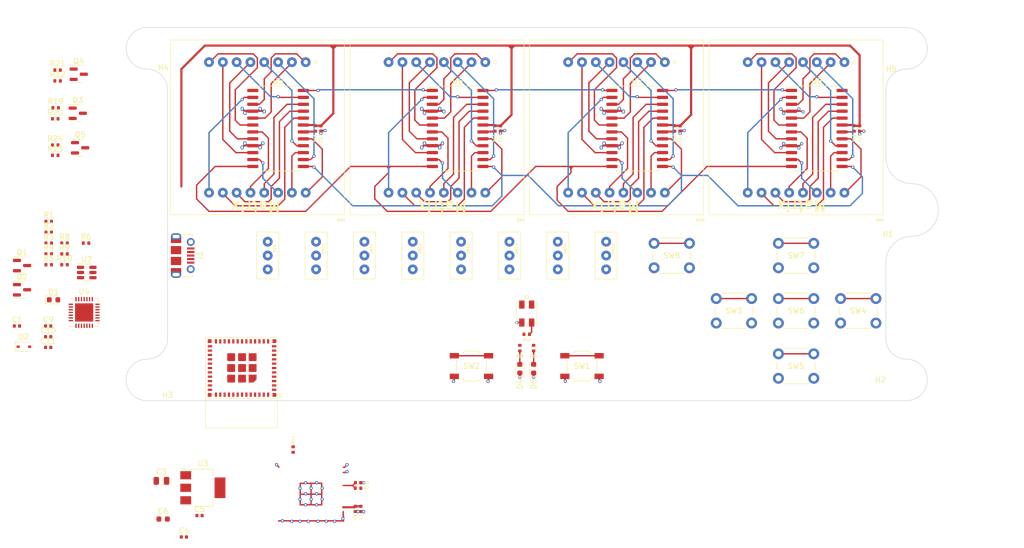
<source format=kicad_pcb>
(kicad_pcb (version 20240108) (generator "pcbnew") (generator_version "8.0")
  (layers (0 "F.Cu" signal) (1 "In1.Cu" power) (2 "In2.Cu" power) (31 "B.Cu" signal) (34 "B.Paste" user) (35 "F.Paste" user) (36 "B.SilkS" user "B.Silkscreen") (37 "F.SilkS" user "F.Silkscreen") (38 "B.Mask" user) (39 "F.Mask" user) (44 "Edge.Cuts" user))
  (net 0 "")
  (net 1 "+5V")
  (net 2 "GND")
  (net 3 "/EN")
  (net 4 "+3.3V")
  (net 5 "/VBUSFT")
  (net 6 "/VBLED")
  (net 7 "VBUS")
  (net 8 "/RGB")
  (net 10 "Net-(D4-A)")
  (net 11 "Net-(D5-A)")
  (net 12 "/Matrix1/R5")
  (net 13 "/Matrix1/R7")
  (net 14 "/Matrix1/C2")
  (net 15 "/Matrix1/C3")
  (net 16 "/Matrix1/R8")
  (net 17 "/Matrix1/C5")
  (net 18 "/Matrix1/R6")
  (net 19 "/Matrix1/R3")
  (net 20 "/Matrix1/R1")
  (net 21 "/Matrix1/C4")
  (net 22 "/Matrix1/C6")
  (net 23 "/Matrix1/R4")
  (net 24 "/Matrix1/C1")
  (net 25 "/Matrix1/R2")
  (net 26 "/Matrix1/C7")
  (net 27 "/Matrix1/C8")
  (net 28 "/Matrix2/R5")
  (net 29 "/Matrix2/R7")
  (net 30 "/Matrix2/C2")
  (net 31 "/Matrix2/C3")
  (net 32 "/Matrix2/R8")
  (net 33 "/Matrix2/C5")
  (net 34 "/Matrix2/R6")
  (net 35 "/Matrix2/R3")
  (net 36 "/Matrix2/R1")
  (net 37 "/Matrix2/C4")
  (net 38 "/Matrix2/C6")
  (net 39 "/Matrix2/R4")
  (net 40 "/Matrix2/C1")
  (net 41 "/Matrix2/R2")
  (net 42 "/Matrix2/C7")
  (net 43 "/Matrix2/C8")
  (net 44 "/Matrix3/R5")
  (net 45 "/Matrix3/R7")
  (net 46 "/Matrix3/C2")
  (net 47 "/Matrix3/C3")
  (net 48 "/Matrix3/R8")
  (net 49 "/Matrix3/C5")
  (net 50 "/Matrix3/R6")
  (net 51 "/Matrix3/R3")
  (net 52 "/Matrix3/R1")
  (net 53 "/Matrix3/C4")
  (net 54 "/Matrix3/C6")
  (net 55 "/Matrix3/R4")
  (net 56 "/Matrix3/C1")
  (net 57 "/Matrix3/R2")
  (net 58 "/Matrix3/C7")
  (net 59 "/Matrix3/C8")
  (net 60 "/Matrix4/R5")
  (net 61 "/Matrix4/R7")
  (net 62 "/Matrix4/C2")
  (net 63 "/Matrix4/C3")
  (net 64 "/Matrix4/R8")
  (net 65 "/Matrix4/C5")
  (net 66 "/Matrix4/R6")
  (net 67 "/Matrix4/R3")
  (net 68 "/Matrix4/R1")
  (net 69 "/Matrix4/C4")
  (net 70 "/Matrix4/C6")
  (net 71 "/Matrix4/R4")
  (net 72 "/Matrix4/C1")
  (net 73 "/Matrix4/R2")
  (net 74 "/Matrix4/C7")
  (net 75 "/Matrix4/C8")
  (net 76 "/USB_D-")
  (net 77 "/USB_D+")
  (net 79 "/PGH")
  (net 80 "/RTS")
  (net 81 "/PGL")
  (net 82 "/DTR")
  (net 83 "/IO9")
  (net 84 "/IO1")
  (net 85 "/CS")
  (net 86 "/IO0")
  (net 87 "/CLK")
  (net 88 "/IO10")
  (net 89 "/DIN")
  (net 90 "/RSTPG")
  (net 91 "/NSPD")
  (net 92 "/RXD0")
  (net 93 "/TXPG")
  (net 94 "/TXD0")
  (net 95 "/RXPG")
  (net 96 "/IO8")
  (net 97 "/IO3")
  (net 98 "/IO2")
  (net 99 "Net-(U5-ISET)")
  (net 100 "Net-(U6-ISET)")
  (net 101 "Net-(U7-ISET)")
  (net 102 "Net-(U8-ISET)")
  (net 103 "/IO4")
  (net 104 "/IO5")
  (net 105 "/IO6")
  (net 106 "/IO7")
  (net 113 "/IO18")
  (net 115 "/IO19")
  (net 149 "/Matrix1/DOUT")
  (net 150 "/Matrix2/DOUT")
  (net 151 "/Matrix3/DOUT")
  (net 152 "/Matrix4/DOUT")
  (footprint "Capacitor_SMD:C_0402_1005Metric" (layer "F.Cu") (at 128.524 60.452 -90)
    (property "Reference" "C13")
    (property "Value" "100n")
  )
  (footprint "Resistor_SMD:R_0402_1005Metric" (layer "F.Cu") (at 52.313 81.534)
    (property "Reference" "R6")
    (property "Value" "1k")
  )
  (footprint "Capacitor_SMD:C_0402_1005Metric" (layer "F.Cu") (at 194.564 60.452 -90)
    (property "Reference" "C15")
    (property "Value" "100n")
  )
  (footprint "Button_Switch_THT:SW_PUSH_6mm" (layer "F.Cu") (at 191.06 91.73)
    (property "Reference" "SW4")
    (property "Value" "SW_Push")
  )
  (footprint "Resistor_SMD:R_0402_1005Metric" (layer "F.Cu") (at 48.363 81.534)
    (property "Reference" "R8")
    (property "Value" "10k")
  )
  (footprint "Resistor_SMD:R_0402_1005Metric" (layer "F.Cu") (at 45.453 85.514)
    (property "Reference" "R5")
    (property "Value" "47k")
  )
  (footprint "Resistor_SMD:R_0402_1005Metric" (layer "F.Cu") (at 193.548 60.452 -90)
    (property "Reference" "R18")
    (property "Value" "10k")
  )
  (footprint "MyLibrary:USB_Micro-B_Molex-105017-0001" (layer "F.Cu") (at 70.104 83.82 -90)
    (property "Reference" "J1")
    (property "Value" "USB_B_Micro")
  )
  (footprint "Capacitor_SMD:C_0402_1005Metric" (layer "F.Cu") (at 161.544 60.452 -90)
    (property "Reference" "C14")
    (property "Value" "100n")
  )
  (footprint "Resistor_SMD:R_0402_1005Metric" (layer "F.Cu") (at 94.488 60.452 -90)
    (property "Reference" "R15")
    (property "Value" "10k")
  )
  (footprint "Capacitor_SMD:C_0402_1005Metric" (layer "F.Cu") (at 45.353 100.714)
    (property "Reference" "C11")
    (property "Value" "100n")
  )
  (footprint "MyLibrary:LED_8x8" (layer "F.Cu") (at 191.77 72.263 180)
    (property "Reference" "DM4")
    (property "Value" "LED_8x8")
  )
  (footprint "Resistor_SMD:R_0402_1005Metric" (layer "F.Cu") (at 45.453 77.554)
    (property "Reference" "R1")
    (property "Value" "5k")
  )
  (footprint "MyLibrary:SPDT_Slide_SS12D00G" (layer "F.Cu") (at 103.505 86.36 90)
    (property "Reference" "SW11")
    (property "Value" "SW_SPDT")
  )
  (footprint "Resistor_SMD:R_0402_1005Metric" (layer "F.Cu") (at 102.336 126.602 180)
    (property "Reference" "R7")
    (property "Value" "10k")
  )
  (footprint "Resistor_SMD:R_0402_1005Metric" (layer "F.Cu") (at 45.453 81.534)
    (property "Reference" "R3")
    (property "Value" "10k")
  )
  (footprint "Package_SO:SOIC-24W_7.5x15.4mm_P1.27mm" (layer "F.Cu") (at 87.63 60.452)
    (property "Reference" "U5")
    (property "Value" "MAX7221xWG")
  )
  (footprint "MountingHole:MountingHole_3.2mm_M3" (layer "F.Cu") (at 63.5 106.68)
    (property "Reference" "H3")
    (property "Value" "MountingHole")
  )
  (footprint "LED_SMD:LED_0603_1608Metric" (layer "F.Cu") (at 134.62 104.6225 90)
    (property "Reference" "D5")
    (property "Value" "LED")
  )
  (footprint "Capacitor_SMD:C_0402_1005Metric" (layer "F.Cu") (at 45.353 96.774)
    (property "Reference" "C9")
    (property "Value" "10u")
  )
  (footprint "MyLibrary:SPDT_Slide_SS12D00G" (layer "F.Cu") (at 112.395 86.36 90)
    (property "Reference" "SW12")
    (property "Value" "SW_SPDT")
  )
  (footprint "Package_SO:SOIC-24W_7.5x15.4mm_P1.27mm" (layer "F.Cu") (at 120.65 60.452)
    (property "Reference" "U6")
    (property "Value" "MAX7221xWG")
  )
  (footprint "Capacitor_SMD:C_0402_1005Metric" (layer "F.Cu") (at 102.335999 125.586)
    (property "Reference" "C2")
    (property "Value" "1u")
  )
  (footprint "MyLibrary:LED_8x8" (layer "F.Cu") (at 92.71 72.263 180)
    (property "Reference" "DM1")
    (property "Value" "LED_8x8")
  )
  (footprint "Resistor_SMD:R_0402_1005Metric" (layer "F.Cu") (at 46.6575 63.5)
    (property "Reference" "R24")
    (property "Value" "4.7k")
  )
  (footprint "Resistor_SMD:R_0402_1005Metric" (layer "F.Cu") (at 46.736 56.642)
    (property "Reference" "R19")
    (property "Value" "4.7k")
  )
  (footprint "Capacitor_SMD:C_0603_1608Metric" (layer "F.Cu") (at 66.488999 132.27)
    (property "Reference" "C6")
    (property "Value" "22u")
  )
  (footprint "Package_TO_SOT_SMD:SOT-23" (layer "F.Cu") (at 51.2295 64.008)
    (property "Reference" "Q5")
    (property "Value" "AO3400A")
  )
  (footprint "Button_Switch_THT:SW_PUSH_6mm" (layer "F.Cu") (at 179.63 81.57)
    (property "Reference" "SW7")
    (property "Value" "SW_Push")
  )
  (footprint "MountingHole:MountingHole_3.2mm_M3" (layer "F.Cu") (at 203.2 106.68)
    (property "Reference" "H2")
    (property "Value" "MountingHole")
  )
  (footprint "MyLibrary:SPDT_Slide_SS12D00G" (layer "F.Cu") (at 85.725 86.36 90)
    (property "Reference" "SW9")
    (property "Value" "SW_SPDT")
  )
  (footprint "Package_TO_SOT_SMD:SOT-23" (layer "F.Cu") (at 50.9755 50.48)
    (property "Reference" "Q4")
    (property "Value" "AO3400A")
  )
  (footprint "Capacitor_SMD:C_0402_1005Metric" (layer "F.Cu") (at 95.504 60.452 -90)
    (property "Reference" "C12")
    (property "Value" "100n")
  )
  (footprint "Package_SO:SOIC-24W_7.5x15.4mm_P1.27mm" (layer "F.Cu") (at 186.69 60.452)
    (property "Reference" "U8")
    (property "Value" "MAX7221xWG")
  )
  (footprint "Button_Switch_SMD:SW_SPST_TL3342" (layer "F.Cu") (at 123.19 104.14)
    (property "Reference" "SW2")
    (property "Value" "SW_Push")
  )
  (footprint "MountingHole:MountingHole_3.2mm_M3" (layer "F.Cu") (at 63.5 45.72)
    (property "Reference" "H4")
    (property "Value" "MountingHole")
  )
  (footprint "Capacitor_SMD:C_0402_1005Metric" (layer "F.Cu") (at 73.178999 131.63)
    (property "Reference" "C5")
    (property "Value" "100n")
  )
  (footprint "Resistor_SMD:R_0402_1005Metric" (layer "F.Cu") (at 133.35 98.298)
    (property "Reference" "R12")
    (property "Value" "0")
  )
  (footprint "Resistor_SMD:R_0402_1005Metric" (layer "F.Cu") (at 45.453 79.544)
    (property "Reference" "R2")
    (property "Value" "10k")
  )
  (footprint "LED_SMD:LED_0603_1608Metric" (layer "F.Cu") (at 132.08 104.6225 90)
    (property "Reference" "D4")
    (property "Value" "LED")
  )
  (footprint "Resistor_SMD:R_0402_1005Metric" (layer "F.Cu") (at 47.087 51.708)
    (property "Reference" "R22")
    (property "Value" "4.7k")
  )
  (footprint "Package_TO_SOT_SMD:SOT-23-6" (layer "F.Cu") (at 52.4455 86.934)
    (property "Reference" "U2")
    (property "Value" "SRV05-4")
  )
  (footprint "Button_Switch_THT:SW_PUSH_6mm" (layer "F.Cu") (at 179.63 91.73)
    (property "Reference" "SW6")
    (property "Value" "SW_Push")
  )
  (footprint "LED_SMD:LED_0603_1608Metric" (layer "F.Cu") (at 46.343 91.954)
    (property "Reference" "D1")
    (property "Value" "LED")
  )
  (footprint "MyLibrary:LED_8x8" (layer "F.Cu") (at 125.73 72.263 180)
    (property "Reference" "DM2")
    (property "Value" "LED_8x8")
  )
  (footprint "Package_DFN_QFN:QFN-28-1EP_5x5mm_P0.5mm_EP3.35x3.35mm" (layer "F.Cu") (at 51.973 94.284)
    (property "Reference" "U4")
    (property "Value" "CP2102N-Axx-xQFN28")
  )
  (footprint "Diode_SMD:D_SOD-323" (layer "F.Cu") (at 40.883 100.584)
    (property "Reference" "D2")
    (property "Value" "1N5819WS")
  )
  (footprint "Resistor_SMD:R_0402_1005Metric" (layer "F.Cu") (at 48.363 85.514)
    (property "Reference" "R10")
    (property "Value" "0")
  )
  (footprint "Resistor_SMD:R_0402_1005Metric" (layer "F.Cu") (at 134.62 100.84 -90)
    (property "Reference" "R14")
    (property "Value" "500")
  )
  (footprint "Capacitor_SMD:C_0402_1005Metric" (layer "F.Cu") (at 45.353 98.744)
    (property "Reference" "C10")
    (property "Value" "1u")
  )
  (footprint "Capacitor_SMD:C_0402_1005Metric" (layer "F.Cu") (at 39.613 96.774)
    (property "Reference" "C1")
    (property "Value" "1u")
  )
  (footprint "Button_Switch_THT:SW_PUSH_6mm" (layer "F.Cu") (at 179.63 101.89)
    (property "Reference" "SW5")
    (property "Value" "SW_Push")
  )
  (footprint "MyLibrary:SK6812MINI-HS" (layer "F.Cu") (at 134.25 92.838 -90)
    (property "Reference" "D3")
    (property "Value" "SK6812MINI-HS")
  )
  (footprint "Resistor_SMD:R_0402_1005Metric" (layer "F.Cu") (at 47.087 49.718)
    (property "Reference" "R21")
    (property "Value" "4.7k")
  )
  (footprint "Capacitor_SMD:C_0402_1005Metric" (layer "F.Cu") (at 70.308999 135.57)
    (property "Reference" "C4")
    (property "Value" "100n")
  )
  (footprint "Package_TO_SOT_SMD:SOT-23" (layer "F.Cu") (at 40.5505 85.664)
    (property "Reference" "Q1")
    (property "Value" "MMBT3904")
  )
  (footprint "Package_TO_SOT_SMD:SOT-23" (layer "F.Cu") (at 40.5505 90.114)
    (property "Reference" "Q2")
    (property "Value" "MMBT3904")
  )
  (footprint "Resistor_SMD:R_0402_1005Metric" (layer "F.Cu") (at 46.6575 58.674)
    (property "Reference" "R20")
    (property "Value" "4.7k")
  )
  (footprint "MyLibrary:SPDT_Slide_SS12D00G" (layer "F.Cu") (at 130.175 86.36 90)
    (property "Reference" "SW14")
    (property "Value" "SW_SPDT")
  )
  (footprint "Resistor_SMD:R_0402_1005Metric" (layer "F.Cu") (at 90.398 119.49 -90)
    (property "Reference" "R11")
    (property "Value" "10k")
  )
  (footprint "MountingHole:MountingHole_4.3mm_M4" (layer "F.Cu") (at 204.216 75.438)
    (property "Reference" "H1")
    (property "Value" "MountingHole")
  )
  (footprint "MountingHole:MountingHole_3.2mm_M3" (layer "F.Cu") (at 203.2 45.72)
    (property "Reference" "H5")
    (property "Value" "MountingHole")
  )
  (footprint "Package_TO_SOT_SMD:SOT-223-3_TabPin2" (layer "F.Cu") (at 73.798999 126.52)
    (property "Reference" "U3")
    (property "Value" "AMS1117-3.3")
  )
  (footprint "Resistor_SMD:R_0402_1005Metric" (layer "F.Cu") (at 48.363 83.524)
    (property "Reference" "R9")
    (property "Value" "0")
  )
  (footprint "Resistor_SMD:R_0402_1005Metric" (layer "F.Cu") (at 46.6575 65.396)
    (property "Reference" "R23")
    (property "Value" "4.7k")
  )
  (footprint "MyLibrary:ESP32-C3-MINI-1" (layer "F.Cu") (at 86.9 108.5 180)
    (property "Reference" "U1")
    (property "Value" "ESP32-C3-MINI-1")
  )
  (footprint "Capacitor_SMD:C_0402_1005Metric" (layer "F.Cu") (at 101.828 130.412 -90)
    (property "Reference" "C8")
    (property "Value" "100n")
  )
  (footprint "Resistor_SMD:R_0402_1005Metric" (layer "F.Cu") (at 132.08 100.84 -90)
    (property "Reference" "R13")
    (property "Value" "500")
  )
  (footprint "Resistor_SMD:R_0402_1005Metric" (layer "F.Cu") (at 127.508 60.452 -90)
    (property "Reference" "R16")
    (property "Value" "10k")
  )
  (footprint "Button_Switch_THT:SW_PUSH_6mm" (layer "F.Cu") (at 156.77 81.57)
    (property "Reference" "SW8")
    (property "Value" "SW_Push")
  )
  (footprint "Button_Switch_SMD:SW_SPST_TL3342" (layer "F.Cu") (at 143.51 104.14)
    (property "Reference" "SW1")
    (property "Value" "SW_Push")
  )
  (footprint "MyLibrary:SPDT_Slide_SS12D00G" (layer "F.Cu") (at 147.955 86.36 90)
    (property "Reference" "SW16")
    (property "Value" "SW_SPDT")
  )
  (footprint "MyLibrary:SPDT_Slide_SS12D00G" (layer "F.Cu") (at 94.615 86.36 90)
    (property "Reference" "SW10")
    (property "Value" "SW_SPDT")
  )
  (footprint "MyLibrary:LED_8x8" (layer "F.Cu") (at 158.75 72.263 180)
    (property "Reference" "DM3")
    (property "Value" "LED_8x8")
  )
  (footprint "MyLibrary:SPDT_Slide_SS12D00G" (layer "F.Cu") (at 121.285 86.36 90)
    (property "Reference" "SW13")
    (property "Value" "SW_SPDT")
  )
  (footprint "Capacitor_SMD:C_0805_2012Metric" (layer "F.Cu") (at 66.178999 125.25)
    (property "Reference" "C3")
    (property "Value" "22u")
  )
  (footprint "Resistor_SMD:R_0402_1005Metric" (layer "F.Cu") (at 160.528 60.452 -90)
    (property "Reference" "R17")
    (property "Value" "10k")
  )
  (footprint "Button_Switch_THT:SW_PUSH_6mm" (layer "F.Cu") (at 168.2 91.73)
    (property "Reference" "SW3")
    (property "Value" "SW_Push")
  )
  (footprint "Package_TO_SOT_SMD:SOT-23" (layer "F.Cu") (at 50.8 57.658)
    (property "Reference" "Q3")
    (property "Value" "AO3400A")
  )
  (footprint "Package_SO:SOIC-24W_7.5x15.4mm_P1.27mm" (layer "F.Cu") (at 153.67 60.452)
    (property "Reference" "U7")
    (property "Value" "MAX7221xWG")
  )
  (footprint "Resistor_SMD:R_0402_1005Metric" (layer "F.Cu") (at 45.453 83.524)
    (property "Reference" "R4")
    (property "Value" "22k")
  )
  (footprint "MyLibrary:SPDT_Slide_SS12D00G" (layer "F.Cu") (at 139.065 86.36 90)
    (property "Reference" "SW15")
    (property "Value" "SW_SPDT")
  )
  (footprint "Capacitor_SMD:C_0402_1005Metric" (layer "F.Cu") (at 102.844 130.412 -90)
    (property "Reference" "C7")
    (property "Value" "10u")
  )
  (gr_arc (start 204.216 70.612) (mid 200.803503 69.198497) (end 199.39 65.786) (stroke (width 0.1)) (layer "Edge.Cuts"))
  (gr_arc (start 203.199999 102.870001) (mid 205.894076 103.985924) (end 207.009999 106.680001) (stroke (width 0.1)) (layer "Edge.Cuts"))
  (gr_arc (start 199.390001 53.340001) (mid 200.505924 50.645924) (end 203.200001 49.530001) (stroke (width 0.1)) (layer "Edge.Cuts"))
  (gr_arc (start 59.690001 45.720001) (mid 60.805924 43.025924) (end 63.500001 41.910001) (stroke (width 0.1)) (layer "Edge.Cuts"))
  (gr_arc (start 204.216 70.612) (mid 209.042 75.438) (end 204.216 80.264) (stroke (width 0.1)) (layer "Edge.Cuts"))
  (gr_line (start 199.39 65.786) (end 199.390001 53.340001) (stroke (width 0.1)) (layer "Edge.Cuts"))
  (gr_line (start 63.500001 41.910001) (end 203.2 41.91) (stroke (width 0.1)) (layer "Edge.Cuts"))
  (gr_arc (start 67.31 99.06) (mid 66.194077 101.754077) (end 63.5 102.87) (stroke (width 0.1)) (layer "Edge.Cuts"))
  (gr_arc (start 203.2 41.91) (mid 205.894077 43.025923) (end 207.01 45.72) (stroke (width 0.1)) (layer "Edge.Cuts"))
  (gr_arc (start 199.39 85.09) (mid 200.803503 81.677503) (end 204.216 80.264) (stroke (width 0.1)) (layer "Edge.Cuts"))
  (gr_arc (start 59.690002 106.680002) (mid 60.805925 103.985925) (end 63.500002 102.870002) (stroke (width 0.1)) (layer "Edge.Cuts"))
  (gr_arc (start 207.009999 45.719999) (mid 205.894076 48.414076) (end 203.199999 49.529999) (stroke (width 0.1)) (layer "Edge.Cuts"))
  (gr_arc (start 207.01 106.68) (mid 205.894077 109.374077) (end 203.2 110.49) (stroke (width 0.1)) (layer "Edge.Cuts"))
  (gr_arc (start 63.5 49.53) (mid 60.805923 48.414077) (end 59.69 45.72) (stroke (width 0.1)) (layer "Edge.Cuts"))
  (gr_line (start 199.39 85.09) (end 199.390001 99.059999) (stroke (width 0.1)) (layer "Edge.Cuts"))
  (gr_arc (start 63.5 49.530001) (mid 66.194076 50.645924) (end 67.31 53.340001) (stroke (width 0.1)) (layer "Edge.Cuts"))
  (gr_arc (start 63.5 110.49) (mid 60.805923 109.374077) (end 59.69 106.68) (stroke (width 0.1)) (layer "Edge.Cuts"))
  (gr_line (start 67.31 99.06) (end 67.31 53.340001) (stroke (width 0.1)) (layer "Edge.Cuts"))
  (gr_line (start 203.2 110.49) (end 63.5 110.49) (stroke (width 0.1)) (layer "Edge.Cuts"))
  (gr_arc (start 203.200001 102.869999) (mid 200.505924 101.754076) (end 199.390001 99.059999) (stroke (width 0.1)) (layer "Edge.Cuts"))
  (segment (start 160.528 59.942) (end 161.514 59.942) (width 0.4) (layer "F.Cu") (net 1))
  (segment (start 128.524 59.972) (end 130.556 57.94) (width 0.4) (layer "F.Cu") (net 1))
  (segment (start 130.556 45.212) (end 130.048 45.212) (width 0.4) (layer "F.Cu") (net 1))
  (segment (start 163.576 45.72) (end 163.068 45.212) (width 0.4) (layer "F.Cu") (net 1))
  (segment (start 163.576 45.212) (end 163.068 45.212) (width 0.4) (layer "F.Cu") (net 1))
  (segment (start 128.494 59.942) (end 128.524 59.972) (width 0.4) (layer "F.Cu") (net 1))
  (segment (start 192.786 45.212) (end 164.084 45.212) (width 0.4) (layer "F.Cu") (net 1))
  (segment (start 92.28 59.817) (end 94.363 59.817) (width 0.4) (layer "F.Cu") (net 1))
  (segment (start 97.79 45.72) (end 97.79 45.212) (width 0.4) (layer "F.Cu") (net 1))
  (segment (start 125.3 59.817) (end 127.383 59.817) (width 0.4) (layer "F.Cu") (net 1))
  (segment (start 161.544 59.972) (end 163.576 57.94) (width 0.4) (layer "F.Cu") (net 1))
  (segment (start 95.474 59.942) (end 95.504 59.972) (width 0.4) (layer "F.Cu") (net 1))
  (segment (start 97.79 45.72) (end 98.298 45.212) (width 0.4) (layer "F.Cu") (net 1))
  (segment (start 97.79 45.212) (end 97.282 45.212) (width 0.4) (layer "F.Cu") (net 1))
  (segment (start 130.048 45.212) (end 98.298 45.212) (width 0.4) (layer "F.Cu") (net 1))
  (segment (start 160.403 59.817) (end 160.528 59.942) (width 0.4) (layer "F.Cu") (net 1))
  (segment (start 97.79 45.72) (end 97.282 45.212) (width 0.4) (layer "F.Cu") (net 1))
  (segment (start 130.556 45.72) (end 131.064 45.212) (width 0.4) (layer "F.Cu") (net 1))
  (segment (start 193.578 59.972) (end 193.548 59.942) (width 0.4) (layer "F.Cu") (net 1))
  (segment (start 97.79 57.686) (end 97.79 45.72) (width 0.4) (layer "F.Cu") (net 1))
  (segment (start 130.556 45.72) (end 130.556 45.212) (width 0.4) (layer "F.Cu") (net 1))
  (segment (start 163.576 45.72) (end 164.084 45.212) (width 0.4) (layer "F.Cu") (net 1))
  (segment (start 194.564 59.972) (end 193.578 59.972) (width 0.4) (layer "F.Cu") (net 1))
  (segment (start 161.514 59.942) (end 161.544 59.972) (width 0.4) (layer "F.Cu") (net 1))
  (segment (start 95.504 59.972) (end 97.79 57.686) (width 0.4) (layer "F.Cu") (net 1))
  (segment (start 72.644 46.736) (end 69.85 49.53) (width 0.4) (layer "F.Cu") (net 1))
  (segment (start 94.488 59.942) (end 95.474 59.942) (width 0.4) (layer "F.Cu") (net 1))
  (segment (start 163.576 57.94) (end 163.576 45.72) (width 0.4) (layer "F.Cu") (net 1))
  (segment (start 163.576 45.72) (end 163.576 45.212) (width 0.4) (layer "F.Cu") (net 1))
  (segment (start 194.564 59.972) (end 194.564 46.99) (width 0.4) (layer "F.Cu") (net 1))
  (segment (start 94.363 59.817) (end 94.488 59.942) (width 0.4) (layer "F.Cu") (net 1))
  (segment (start 127.383 59.817) (end 127.508 59.942) (width 0.4) (layer "F.Cu") (net 1))
  (segment (start 127.508 59.942) (end 128.494 59.942) (width 0.4) (layer "F.Cu") (net 1))
  (segment (start 130.556 45.72) (end 130.048 45.212) (width 0.4) (layer "F.Cu") (net 1))
  (segment (start 193.423 59.817) (end 193.548 59.942) (width 0.4) (layer "F.Cu") (net 1))
  (segment (start 158.32 59.817) (end 160.403 59.817) (width 0.4) (layer "F.Cu") (net 1))
  (segment (start 194.564 46.99) (end 192.786 45.212) (width 0.4) (layer "F.Cu") (net 1))
  (segment (start 191.34 59.817) (end 193.423 59.817) (width 0.4) (layer "F.Cu") (net 1))
  (segment (start 163.068 45.212) (end 131.064 45.212) (width 0.4) (layer "F.Cu") (net 1))
  (segment (start 69.85 49.53) (end 69.85 71.12) (width 0.4) (layer "F.Cu") (net 1))
  (segment (start 98.298 45.212) (end 97.79 45.212) (width 0.4) (layer "F.Cu") (net 1))
  (segment (start 164.084 45.212) (end 163.576 45.212) (width 0.4) (layer "F.Cu") (net 1))
  (segment (start 74.168 45.212) (end 72.644 46.736) (width 0.4) (layer "F.Cu") (net 1))
  (segment (start 131.064 45.212) (end 130.556 45.212) (width 0.4) (layer "F.Cu") (net 1))
  (segment (start 130.556 57.94) (end 130.556 45.72) (width 0.4) (layer "F.Cu") (net 1))
  (segment (start 97.282 45.212) (end 74.168 45.212) (width 0.4) (layer "F.Cu") (net 1))
  (segment (start 114.553999 63.119) (end 114.934999 63.5) (width 0.254) (layer "F.Cu") (net 2))
  (segment (start 84.454999 63.5) (end 82.979999 63.5) (width 0.254) (layer "F.Cu") (net 2))
  (segment (start 84.962999 57.15) (end 85.089999 57.277) (width 0.254) (layer "F.Cu") (net 2))
  (segment (start 96.494 132.698) (end 96.592 132.6) (width 0.254) (layer "F.Cu") (net 2))
  (segment (start 81.026 64.008) (end 81.407 63.627) (width 0.254) (layer "F.Cu") (net 2))
  (segment (start 94.969999 132.698) (end 95.068 132.6) (width 0.254) (layer "F.Cu") (net 2))
  (segment (start 147.446999 63.5) (end 149.019999 63.5) (width 0.254) (layer "F.Cu") (net 2))
  (segment (start 96.9 132.6) (end 97.699999 132.6) (width 0.254) (layer "F.Cu") (net 2))
  (segment (start 116.966999 63.5) (end 115.999999 63.5) (width 0.254) (layer "F.Cu") (net 2))
  (segment (start 128.524 60.932) (end 129.258 60.932) (width 0.254) (layer "F.Cu") (net 2))
  (segment (start 116.967 63.627) (end 116 63.627) (width 0.254) (layer "F.Cu") (net 2))
  (segment (start 150.876 63.246) (end 150.495 63.627) (width 0.254) (layer "F.Cu") (net 2))
  (segment (start 115.999999 57.15) (end 114.934999 57.15) (width 0.254) (layer "F.Cu") (net 2))
  (segment (start 180.594 63.246) (end 180.975 63.627) (width 0.254) (layer "F.Cu") (net 2))
  (segment (start 95.65 126.52) (end 95.732 126.602) (width 0.254) (layer "F.Cu") (net 2))
  (segment (start 87.75 122.684) (end 87.75 122.75) (width 0.254) (layer "F.Cu") (net 2))
  (segment (start 102.844 130.892) (end 103.324 130.892001) (width 0.254) (layer "F.Cu") (net 2))
  (segment (start 114.935 57.277) (end 114.554 57.658) (width 0.254) (layer "F.Cu") (net 2))
  (segment (start 128.523999 60.805) (end 129.257999 60.805) (width 0.254) (layer "F.Cu") (net 2))
  (segment (start 161.544 60.932) (end 161.544 61.468) (width 0.254) (layer "F.Cu") (net 2))
  (segment (start 120.04 106.782) (end 119.888 106.934) (width 0.254) (layer "F.Cu") (net 2))
  (segment (start 146.66 106.782) (end 146.812 106.934) (width 0.254) (layer "F.Cu") (net 2))
  (segment (start 84.455 63.627) (end 82.98 63.627) (width 0.254) (layer "F.Cu") (net 2))
  (segment (start 117.983 57.277) (end 118.11 57.404) (width 0.254) (layer "F.Cu") (net 2))
  (segment (start 98.5 132.6) (end 99.6 132.6) (width 0.254) (layer "F.Cu") (net 2))
  (segment (start 83.946999 57.15) (end 82.979999 57.15) (width 0.254) (layer "F.Cu") (net 2))
  (segment (start 93.289999 132.6) (end 93.7 132.6) (width 0.254) (layer "F.Cu") (net 2))
  (segment (start 90.144 132.698) (end 90.242 132.6) (width 0.254) (layer "F.Cu") (net 2))
  (segment (start 129.257999 60.805) (end 129.285999 60.833) (width 0.254) (layer "F.Cu") (net 2))
  (segment (start 114.934999 63.5) (end 115.999999 63.5) (width 0.254) (layer "F.Cu") (net 2))
  (segment (start 161.544 60.932) (end 162.278 60.932) (width 0.254) (layer "F.Cu") (net 2))
  (segment (start 183.007 57.277) (end 182.04 57.277) (width 0.254) (layer "F.Cu") (net 2))
  (segment (start 91.7 127.7) (end 91.7 126.634) (width 0.254) (layer "F.Cu") (net 2))
  (segment (start 194.564 60.932) (end 194.564 61.468) (width 0.254) (layer "F.Cu") (net 2))
  (segment (start 84.327999 56.769) (end 83.946999 57.15) (width 0.254) (layer "F.Cu") (net 2))
  (segment (start 91.668 132.698) (end 91.766 132.6) (width 0.254) (layer "F.Cu") (net 2))
  (segment (start 96.396 132.6) (end 96.494 132.698) (width 0.254) (layer "F.Cu") (net 2))
  (segment (start 95.65 127.7) (end 95.65 126.684) (width 0.254) (layer "F.Cu") (net 2))
  (segment (start 140.36 106.04) (end 140.36 106.832) (width 0.254) (layer "F.Cu") (net 2))
  (segment (start 147.447 57.277) (end 147.066 56.896) (width 0.254) (layer "F.Cu") (net 2))
  (segment (start 95.068 132.6) (end 95.3 132.6) (width 0.254) (layer "F.Cu") (net 2))
  (segment (start 95.65 126.684) (end 95.732 126.602) (width 0.254) (layer "F.Cu") (net 2))
  (segment (start 99.6 131.7) (end 99.6 130.9) (width 0.254) (layer "F.Cu") (net 2))
  (segment (start 183.388 64.008) (end 183.007 63.627) (width 0.254) (layer "F.Cu") (net 2))
  (segment (start 126.34 106.04) (end 126.34 106.832) (width 0.254) (layer "F.Cu") (net 2))
  (segment (start 93.7 129.65) (end 93.7 128.634) (width 0.254) (layer "F.Cu") (net 2))
  (segment (start 82.98 57.277) (end 81.915 57.277) (width 0.254) (layer "F.Cu") (net 2))
  (segment (start 114.045999 63.881) (end 114.426999 63.5) (width 0.254) (layer "F.Cu") (net 2))
  (segment (start 95.503999 60.805) (end 95.503999 61.341) (width 0.254) (layer "F.Cu") (net 2))
  (segment (start 91.3 132.6) (end 91.57 132.6) (width 0.254) (layer "F.Cu") (net 2))
  (segment (start 93.7 132.6) (end 94.5 132.6) (width 0.254) (layer "F.Cu") (net 2))
  (segment (start 149.987 63.627) (end 149.02 63.627) (width 0.254) (layer "F.Cu") (net 2))
  (segment (start 89.7 132.6) (end 90.046 132.6) (width 0.254) (layer "F.Cu") (net 2))
  (segment (start 100.303999 123.554) (end 100.158 123.7) (width 0.254) (layer "F.Cu") (net 2))
  (segment (start 150.367999 63.881) (end 149.986999 63.5) (width 0.254) (layer "F.Cu") (net 2))
  (segment (start 95.65 127.7) (end 95.65 128.552) (width 0.254) (layer "F.Cu") (net 2))
  (segment (start 83.947 57.277) (end 82.98 57.277) (width 0.254) (layer "F.Cu") (net 2))
  (segment (start 94.602 125.7) (end 94.716 125.586) (width 0.254) (layer "F.Cu") (net 2))
  (segment (start 93.7 127.7) (end 92.766 127.7) (width 0.254) (layer "F.Cu") (net 2))
  (segment (start 81.533999 63.119) (end 81.914999 63.5) (width 0.254) (layer "F.Cu") (net 2))
  (segment (start 96.100001 132.6) (end 96.396 132.6) (width 0.254) (layer "F.Cu") (net 2))
  (segment (start 180.975 63.627) (end 182.04 63.627) (width 0.254) (layer "F.Cu") (net 2))
  (segment (start 115.999999 57.15) (end 114.426999 57.15) (width 0.254) (layer "F.Cu") (net 2))
  (segment (start 91.7 126.634) (end 91.668 126.602) (width 0.254) (layer "F.Cu") (net 2))
  (segment (start 91.7 128.602) (end 91.668 128.634) (width 0.254) (layer "F.Cu") (net 2))
  (segment (start 151.003 57.277) (end 151.13 57.404) (width 0.254) (layer "F.Cu") (net 2))
  (segment (start 91.7 128.666) (end 91.668 128.634) (width 0.254) (layer "F.Cu") (net 2))
  (segment (start 117.855999 63.119) (end 117.474999 63.5) (width 0.254) (layer "F.Cu") (net 2))
  (segment (start 115.999999 57.15) (end 117.982999 57.15) (width 0.254) (layer "F.Cu") (net 2))
  (segment (start 146.66 106.04) (end 146.66 106.782) (width 0.254) (layer "F.Cu") (net 2))
  (segment (start 102.816 125.586) (end 103.352 125.586) (width 0.254) (layer "F.Cu") (net 2))
  (segment (start 98.116 132.6) (end 98.5 132.6) (width 0.254) (layer "F.Cu") (net 2))
  (segment (start 95.649999 129.65) (end 95.65 128.716) (width 0.254) (layer "F.Cu") (net 2))
  (segment (start 81.406999 57.15) (end 81.025999 56.769) (width 0.254) (layer "F.Cu") (net 2))
  (segment (start 114.934999 57.15) (end 114.553999 57.531) (width 0.254) (layer "F.Cu") (net 2))
  (segment (start 94.83 125.7) (end 94.716 125.586) (width 0.254) (layer "F.Cu") (net 2))
  (segment (start 82.979999 57.15) (end 81.406999 57.15) (width 0.254) (layer "F.Cu") (net 2))
  (segment (start 149.019999 57.15) (end 147.446999 57.15) (width 0.254) (layer "F.Cu") (net 2))
  (segment (start 81.915 57.277) (end 81.534 57.658) (width 0.254) (layer "F.Cu") (net 2))
  (segment (start 93.7 125.7) (end 94.602 125.7) (width 0.254) (layer "F.Cu") (net 2))
  (segment (start 126.34 106.832) (end 126.238 106.934) (width 0.254) (layer "F.Cu") (net 2))
  (segment (start 149.02 57.277) (end 147.447 57.277) (width 0.254) (layer "F.Cu") (net 2))
  (segment (start 93.094001 132.6) (end 93.192 132.697999) (width 0.254) (layer "F.Cu") (net 2))
  (segment (start 97.699999 132.6) (end 97.92 132.6) (width 0.254) (layer "F.Cu") (net 2))
  (segment (start 88.417976 132.6) (end 87.8 132.6) (width 0.254) (layer "F.Cu") (net 2))
  (segment (start 95.65 127.7) (end 94.798 127.7) (width 0.254) (layer "F.Cu") (net 2))
  (segment (start 151.002999 57.15) (end 151.129999 57.277) (width 0.254) (layer "F.Cu") (net 2))
  (segment (start 182.04 57.277) (end 180.467 57.277) (width 0.254) (layer "F.Cu") (net 2))
  (segment (start 150.367999 56.769) (end 149.986999 57.15) (width 0.254) (layer "F.Cu") (net 2))
  (segment (start 150.368 64.008) (end 149.987 63.627) (width 0.254) (layer "F.Cu") (net 2))
  (segment (start 147.954999 63.5) (end 149.019999 63.5) (width 0.254) (layer "F.Cu") (net 2))
  (segment (start 97.92 132.6) (end 98.018 132.698) (width 0.254) (layer "F.Cu") (net 2))
  (segment (start 99.6 132.6) (end 99.65 132.65) (width 0.254) (layer "F.Cu") (net 2))
  (segment (start 95.3 132.6) (end 96.100001 132.6) (width 0.254) (layer "F.Cu") (net 2))
  (segment (start 84.963 57.277) (end 85.09 57.404) (width 0.254) (layer "F.Cu") (net 2))
  (segment (start 99.542 132.19) (end 99.65 132.082) (width 0.254) (layer "F.Cu") (net 2))
  (segment (start 117.856 63.246) (end 117.475 63.627) (width 0.254) (layer "F.Cu") (net 2))
  (segment (start 94.798 127.7) (end 94.716 127.618) (width 0.254) (layer "F.Cu") (net 2))
  (segment (start 183.388 56.896) (end 183.007 57.277) (width 0.254) (layer "F.Cu") (net 2))
  (segment (start 95.649999 129.65) (end 94.716 129.65) (width 0.254) (layer "F.Cu") (net 2))
  (segment (start 180.086 64.008) (end 180.467 63.627) (width 0.254) (layer "F.Cu") (net 2))
  (segment (start 128.523999 60.805) (end 128.523999 61.341) (width 0.254) (layer "F.Cu") (net 2))
  (segment (start 91.57 132.6) (end 91.668 132.698) (width 0.254) (layer "F.Cu") (net 2))
  (segment (start 147.573999 63.119) (end 147.954999 63.5) (width 0.254) (layer "F.Cu") (net 2))
  (segment (start 92.602 127.7) (end 92.684 127.618) (width 0.254) (layer "F.Cu") (net 2))
  (segment (start 91.7 125.7) (end 91.7 126.57) (width 0.254) (layer "F.Cu") (net 2))
  (segment (start 82.98 57.277) (end 84.963 57.277) (width 0.254) (layer "F.Cu") (net 2))
  (segment (start 81.534 63.246) (end 81.915 63.627) (width 0.254) (layer "F.Cu") (net 2))
  (segment (start 94.5 132.6) (end 94.871999 132.6) (width 0.254) (layer "F.Cu") (net 2))
  (segment (start 180.975 57.277) (end 180.594 57.658) (width 0.254) (layer "F.Cu") (net 2))
  (segment (start 120.04 106.04) (end 120.04 106.782) (width 0.254) (layer "F.Cu") (net 2))
  (segment (start 95.65 125.7) (end 94.83 125.7) (width 0.254) (layer "F.Cu") (net 2))
  (segment (start 88.9 132.6) (end 89.7 132.6) (width 0.254) (layer "F.Cu") (net 2))
  (segment (start 82.979999 57.15) (end 81.914999 57.15) (width 0.254) (layer "F.Cu") (net 2))
  (segment (start 162.278 60.932) (end 162.306 60.96) (width 0.254) (layer "F.Cu") (net 2))
  (segment (start 140.36 106.832) (end 140.462 106.934) (width 0.254) (layer "F.Cu") (net 2))
  (segment (start 90.242 132.6) (end 90.500001 132.6) (width 0.254) (layer "F.Cu") (net 2))
  (segment (start 87.35 122.284) (end 87.75 122.684) (width 0.254) (layer "F.Cu") (net 2))
  (segment (start 116 57.277) (end 114.935 57.277) (width 0.254) (layer "F.Cu") (net 2))
  (segment (start 182.04 57.277) (end 184.023 57.277) (width 0.254) (layer "F.Cu") (net 2))
  (segment (start 147.066 64.008) (end 147.447 63.627) (width 0.254) (layer "F.Cu") (net 2))
  (segment (start 82.979999 57.15) (end 84.962999 57.15) (width 0.254) (layer "F.Cu") (net 2))
  (segment (start 116 57.277) (end 114.427 57.277) (width 0.254) (layer "F.Cu") (net 2))
  (segment (start 195.298 60.932) (end 195.326 60.96) (width 0.254) (layer "F.Cu") (net 2))
  (segment (start 93.7 127.7) (end 94.634 127.7) (width 0.254) (layer "F.Cu") (net 2))
  (segment (start 91.7 127.7) (end 91.7 128.602) (width 0.254) (layer "F.Cu") (net 2))
  (segment (start 117.347999 56.769) (end 116.966999 57.15) (width 0.254) (layer "F.Cu") (net 2))
  (segment (start 149.986999 57.15) (end 149.019999 57.15) (width 0.254) (layer "F.Cu") (net 2))
  (segment (start 161.543999 60.805) (end 161.543999 61.341) (width 0.254) (layer "F.Cu") (net 2))
  (segment (start 95.504 60.932) (end 96.238 60.932) (width 0.254) (layer "F.Cu") (net 2))
  (segment (start 88.9 132.6) (end 88.436647 132.6) (width 0.254) (layer "F.Cu") (net 2))
  (segment (start 92.099999 132.6) (end 92.9 132.6) (width 0.254) (layer "F.Cu") (net 2))
  (segment (start 91.7 129.65) (end 91.7 128.666) (width 0.254) (layer "F.Cu") (net 2))
  (segment (start 81.407 57.277) (end 81.026 56.896) (width 0.254) (layer "F.Cu") (net 2))
  (segment (start 150.368 56.896) (end 149.987 57.277) (width 0.254) (layer "F.Cu") (net 2))
  (segment (start 84.835999 63.119) (end 84.454999 63.5) (width 0.254) (layer "F.Cu") (net 2))
  (segment (start 84.328 64.008) (end 83.947 63.627) (width 0.254) (layer "F.Cu") (net 2))
  (segment (start 98.018 132.698) (end 98.116 132.6) (width 0.254) (layer "F.Cu") (net 2))
  (segment (start 182.04 57.277) (end 180.975 57.277) (width 0.254) (layer "F.Cu") (net 2))
  (segment (start 147.574 63.246) (end 147.955 63.627) (width 0.254) (layer "F.Cu") (net 2))
  (segment (start 147.954999 57.15) (end 147.573999 57.531) (width 0.254) (layer "F.Cu") (net 2))
  (segment (start 99.65 131.75) (end 99.6 131.7) (width 0.254) (layer "F.Cu") (net 2))
  (segment (start 114.426999 57.15) (end 114.045999 56.769) (width 0.254) (layer "F.Cu") (net 2))
  (segment (start 114.426999 63.5) (end 115.999999 63.5) (width 0.254) (layer "F.Cu") (net 2))
  (segment (start 184.023 57.277) (end 184.15 57.404) (width 0.254) (layer "F.Cu") (net 2))
  (segment (start 117.474999 63.5) (end 115.999999 63.5) (width 0.254) (layer "F.Cu") (net 2))
  (segment (start 99.65 132.298) (end 99.542 132.19) (width 0.254) (layer "F.Cu") (net 2))
  (segment (start 94.634 127.7) (end 94.716 127.618) (width 0.254) (layer "F.Cu") (net 2))
  (segment (start 91.7 129.65) (end 92.684 129.65) (width 0.254) (layer "F.Cu") (net 2))
  (segment (start 96.592 132.6) (end 96.9 132.6) (width 0.254) (layer "F.Cu") (net 2))
  (segment (start 183.007 63.627) (end 182.04 63.627) (width 0.254) (layer "F.Cu") (net 2))
  (segment (start 81.915 63.627) (end 82.98 63.627) (width 0.254) (layer "F.Cu") (net 2))
  (segment (start 147.446999 57.15) (end 147.065999 56.769) (width 0.254) (layer "F.Cu") (net 2))
  (segment (start 149.019999 57.15) (end 147.954999 57.15) (width 0.254) (layer "F.Cu") (net 2))
  (segment (start 149.986999 63.5) (end 149.019999 63.5) (width 0.254) (layer "F.Cu") (net 2))
  (segment (start 82.98 57.277) (end 81.407 57.277) (width 0.254) (layer "F.Cu") (net 2))
  (segment (start 81.407 63.627) (end 82.98 63.627) (width 0.254) (layer "F.Cu") (net 2))
  (segment (start 132.08 105.41) (end 132.08 106.172) (width 0.254) (layer "F.Cu") (net 2))
  (segment (start 132.45 96.138) (end 131.563 96.138) (width 0.254) (layer "F.Cu") (net 2))
  (segment (start 103.324 130.892001) (end 103.352 130.920001) (width 0.254) (layer "F.Cu") (net 2))
  (segment (start 93.7 125.7) (end 92.798 125.7) (width 0.254) (layer "F.Cu") (net 2))
  (segment (start 100.304 122.284) (end 99.838 122.75) (width 0.254) (layer "F.Cu") (net 2))
  (segment (start 91.7 126.57) (end 91.668 126.602) (width 0.254) (layer "F.Cu") (net 2))
  (segment (start 134.62 105.41) (end 134.62 106.172) (width 0.254) (layer "F.Cu") (net 2))
  (segment (start 99.65 132.65) (end 99.65 132.298) (width 0.254) (layer "F.Cu") (net 2))
  (segment (start 183.515 63.627) (end 182.04 63.627) (width 0.254) (layer "F.Cu") (net 2))
  (segment (start 91.766 132.6) (end 92.099999 132.6) (width 0.254) (layer "F.Cu") (net 2))
  (segment (start 131.563 96.138) (end 131.561 96.139999) (width 0.254) (layer "F.Cu") (net 2))
  (segment (start 114.427 57.277) (end 114.046 56.896) (width 0.254) (layer "F.Cu") (net 2))
  (segment (start 117.348 64.008) (end 116.967 63.627) (width 0.254) (layer "F.Cu") (net 2))
  (segment (start 161.543999 60.805) (end 162.277999 60.805) (width 0.254) (layer "F.Cu") (net 2))
  (segment (start 95.503999 60.805) (end 96.237999 60.805) (width 0.254) (layer "F.Cu") (net 2))
  (segment (start 116.966999 57.15) (end 115.999999 57.15) (width 0.254) (layer "F.Cu") (net 2))
  (segment (start 83.946999 63.5) (end 82.979999 63.5) (width 0.254) (layer "F.Cu") (net 2))
  (segment (start 129.258 60.932) (end 129.286 60.96) (width 0.254) (layer "F.Cu") (net 2))
  (segment (start 180.467 57.277) (end 180.086 56.896) (width 0.254) (layer "F.Cu") (net 2))
  (segment (start 114.046 64.008) (end 114.427 63.627) (width 0.254) (layer "F.Cu") (net 2))
  (segment (start 95.65 128.716) (end 95.732 128.634) (width 0.254) (layer "F.Cu") (net 2))
  (segment (start 150.875999 63.119) (end 150.494999 63.5) (width 0.254) (layer "F.Cu") (net 2))
  (segment (start 149.987 57.277) (end 149.02 57.277) (width 0.254) (layer "F.Cu") (net 2))
  (segment (start 194.564 60.932) (end 195.298 60.932) (width 0.254) (layer "F.Cu") (net 2))
  (segment (start 93.7 127.7) (end 93.7 126.602) (width 0.254) (layer "F.Cu") (net 2))
  (segment (start 87.8 132.6) (end 87.75 132.65) (width 0.254) (layer "F.Cu") (net 2))
  (segment (start 88.427312 132.590664) (end 88.417976 132.6) (width 0.254) (layer "F.Cu") (net 2))
  (segment (start 114.935 63.627) (end 116 63.627) (width 0.254) (layer "F.Cu") (net 2))
  (segment (start 128.524 60.932) (end 128.524 61.468) (width 0.254) (layer "F.Cu") (net 2))
  (segment (start 81.406999 63.5) (end 82.979999 63.5) (width 0.254) (layer "F.Cu") (net 2))
  (segment (start 117.982999 57.15) (end 118.109999 57.277) (width 0.254) (layer "F.Cu") (net 2))
  (segment (start 99.838 122.75) (end 99.65 122.75) (width 0.254) (layer "F.Cu") (net 2))
  (segment (start 96.238 60.932) (end 96.266 60.96) (width 0.254) (layer "F.Cu") (net 2))
  (segment (start 92.798 125.7) (end 92.684 125.586) (width 0.254) (layer "F.Cu") (net 2))
  (segment (start 149.02 57.277) (end 147.955 57.277) (width 0.254) (layer "F.Cu") (net 2))
  (segment (start 99.65 132.082) (end 99.65 131.75) (width 0.254) (layer "F.Cu") (net 2))
  (segment (start 93.7 129.65) (end 94.716 129.65) (width 0.254) (layer "F.Cu") (net 2))
  (segment (start 162.277999 60.805) (end 162.305999 60.833) (width 0.254) (layer "F.Cu") (net 2))
  (segment (start 90.500001 132.6) (end 91.3 132.6) (width 0.254) (layer "F.Cu") (net 2))
  (segment (start 114.554 63.246) (end 114.935 63.627) (width 0.254) (layer "F.Cu") (net 2))
  (segment (start 81.914999 63.5) (end 82.979999 63.5) (width 0.254) (layer "F.Cu") (net 2))
  (segment (start 88.436647 132.6) (end 88.427312 132.590664) (width 0.254) (layer "F.Cu") (net 2))
  (segment (start 147.065999 63.881) (end 147.446999 63.5) (width 0.254) (layer "F.Cu") (net 2))
  (segment (start 183.896 63.246) (end 183.515 63.627) (width 0.254) (layer "F.Cu") (net 2))
  (segment (start 83.947 63.627) (end 82.98 63.627) (width 0.254) (layer "F.Cu") (net 2))
  (segment (start 114.427 63.627) (end 116 63.627) (width 0.254) (layer "F.Cu") (net 2))
  (segment (start 91.7 125.7) (end 92.57 125.7) (width 0.254) (layer "F.Cu") (net 2))
  (segment (start 90.046 132.6) (end 90.144 132.698) (width 0.254) (layer "F.Cu") (net 2))
  (segment (start 116.967 57.277) (end 116 57.277) (width 0.254) (layer "F.Cu") (net 2))
  (segment (start 93.7 127.7) (end 93.7 128.634) (width 0.254) (layer "F.Cu") (net 2))
  (segment (start 95.65 125.7) (end 95.65 126.52) (width 0.254) (layer "F.Cu") (net 2))
  (segment (start 93.192 132.697999) (end 93.289999 132.6) (width 0.254) (layer "F.Cu") (net 2))
  (segment (start 100.158 123.7) (end 99.6 123.7) (width 0.254) (layer "F.Cu") (net 2))
  (segment (start 117.347999 63.881) (end 116.966999 63.5) (width 0.254) (layer "F.Cu") (net 2))
  (segment (start 96.237999 60.805) (end 96.265999 60.833) (width 0.254) (layer "F.Cu") (net 2))
  (segment (start 91.7 127.7) (end 92.602 127.7) (width 0.254) (layer "F.Cu") (net 2))
  (segment (start 95.504 60.932) (end 95.504 61.468) (width 0.254) (layer "F.Cu") (net 2))
  (segment (start 147.955 63.627) (end 149.02 63.627) (width 0.254) (layer "F.Cu") (net 2))
  (segment (start 84.836 63.246) (end 84.455 63.627) (width 0.254) (layer "F.Cu") (net 2))
  (segment (start 92.57 125.7) (end 92.684 125.586) (width 0.254) (layer "F.Cu") (net 2))
  (segment (start 150.495 63.627) (end 149.02 63.627) (width 0.254) (layer "F.Cu") (net 2))
  (segment (start 92.9 132.6) (end 93.094001 132.6) (width 0.254) (layer "F.Cu") (net 2))
  (segment (start 149.019999 57.15) (end 151.002999 57.15) (width 0.254) (layer "F.Cu") (net 2))
  (segment (start 117.348 56.896) (end 116.967 57.277) (width 0.254) (layer "F.Cu") (net 2))
  (segment (start 117.475 63.627) (end 116 63.627) (width 0.254) (layer "F.Cu") (net 2))
  (segment (start 93.7 129.65) (end 92.684 129.65) (width 0.254) (layer "F.Cu") (net 2))
  (segment (start 180.467 63.627) (end 182.04 63.627) (width 0.254) (layer "F.Cu") (net 2))
  (segment (start 147.447 63.627) (end 149.02 63.627) (width 0.254) (layer "F.Cu") (net 2))
  (segment (start 84.327999 63.881) (end 83.946999 63.5) (width 0.254) (layer "F.Cu") (net 2))
  (segment (start 147.955 57.277) (end 147.574 57.658) (width 0.254) (layer "F.Cu") (net 2))
  (segment (start 95.65 128.552) (end 95.732 128.634) (width 0.254) (layer "F.Cu") (net 2))
  (segment (start 92.766 127.7) (end 92.684 127.618) (width 0.254) (layer "F.Cu") (net 2))
  (segment (start 150.494999 63.5) (end 149.019999 63.5) (width 0.254) (layer "F.Cu") (net 2))
  (segment (start 116 57.277) (end 117.983 57.277) (width 0.254) (layer "F.Cu") (net 2))
  (segment (start 93.7 125.7) (end 93.7 126.602) (width 0.254) (layer "F.Cu") (net 2))
  (segment (start 84.328 56.896) (end 83.947 57.277) (width 0.254) (layer "F.Cu") (net 2))
  (segment (start 94.871999 132.6) (end 94.969999 132.698) (width 0.254) (layer "F.Cu") (net 2))
  (segment (start 81.025999 63.881) (end 81.406999 63.5) (width 0.254) (layer "F.Cu") (net 2))
  (segment (start 81.914999 57.15) (end 81.533999 57.531) (width 0.254) (layer "F.Cu") (net 2))
  (segment (start 149.02 57.277) (end 151.003 57.277) (width 0.254) (layer "F.Cu") (net 2))
  (via (at 84.835999 63.119) (size 0.6) (drill 0.3) (layers "F.Cu" "B.Cu") (net 2))
  (via (at 147.574 63.246) (size 0.6) (drill 0.3) (layers "F.Cu" "B.Cu") (net 2))
  (via (at 114.553999 57.531) (size 0.6) (drill 0.3) (layers "F.Cu" "B.Cu") (net 2))
  (via (at 119.888 106.934) (size 0.6) (drill 0.3) (layers "F.Cu" "B.Cu") (net 2))
  (via (at 81.026 64.008) (size 0.6) (drill 0.3) (layers "F.Cu" "B.Cu") (net 2))
  (via (at 114.553999 63.119) (size 0.6) (drill 0.3) (layers "F.Cu" "B.Cu") (net 2))
  (via (at 117.856 63.246) (size 0.6) (drill 0.3) (layers "F.Cu" "B.Cu") (net 2))
  (via (at 129.285999 60.833) (size 0.6) (drill 0.3) (layers "F.Cu" "B.Cu") (net 2))
  (via (at 95.732 128.634) (size 0.6) (drill 0.3) (layers "F.Cu" "B.Cu") (net 2))
  (via (at 94.716 125.586) (size 0.6) (drill 0.3) (layers "F.Cu" "B.Cu") (net 2))
  (via (at 81.026 56.896) (size 0.6) (drill 0.3) (layers "F.Cu" "B.Cu") (net 2))
  (via (at 180.086 56.896) (size 0.6) (drill 0.3) (layers "F.Cu" "B.Cu") (net 2))
  (via (at 134.62 106.172) (size 0.6) (drill 0.3) (layers "F.Cu" "B.Cu") (net 2))
  (via (at 94.716 127.618) (size 0.6) (drill 0.3) (layers "F.Cu" "B.Cu") (net 2))
  (via (at 147.573999 57.531) (size 0.6) (drill 0.3) (layers "F.Cu" "B.Cu") (net 2))
  (via (at 117.347999 63.881) (size 0.6) (drill 0.3) (layers "F.Cu" "B.Cu") (net 2))
  (via (at 114.046 56.896) (size 0.6) (drill 0.3) (layers "F.Cu" "B.Cu") (net 2))
  (via (at 117.347999 56.769) (size 0.6) (drill 0.3) (layers "F.Cu" "B.Cu") (net 2))
  (via (at 81.533999 63.119) (size 0.6) (drill 0.3) (layers "F.Cu" "B.Cu") (net 2))
  (via (at 88.427312 132.590664) (size 0.6) (drill 0.3) (layers "F.Cu" "B.Cu") (net 2))
  (via (at 150.875999 63.119) (size 0.6) (drill 0.3) (layers "F.Cu" "B.Cu") (net 2))
  (via (at 93.192 132.697999) (size 0.6) (drill 0.3) (layers "F.Cu" "B.Cu") (net 2))
  (via (at 118.109999 57.277) (size 0.6) (drill 0.3) (layers "F.Cu" "B.Cu") (net 2))
  (via (at 117.855999 63.119) (size 0.6) (drill 0.3) (layers "F.Cu" "B.Cu") (net 2))
  (via (at 146.812 106.934) (size 0.6) (drill 0.3) (layers "F.Cu" "B.Cu") (net 2))
  (via (at 98.018 132.698) (size 0.6) (drill 0.3) (layers "F.Cu" "B.Cu") (net 2))
  (via (at 94.969999 132.698) (size 0.6) (drill 0.3) (layers "F.Cu" "B.Cu") (net 2))
  (via (at 147.066 64.008) (size 0.6) (drill 0.3) (layers "F.Cu" "B.Cu") (net 2))
  (via (at 114.554 57.658) (size 0.6) (drill 0.3) (layers "F.Cu" "B.Cu") (net 2))
  (via (at 92.684 129.65) (size 0.6) (drill 0.3) (layers "F.Cu" "B.Cu") (net 2))
  (via (at 183.896 63.246) (size 0.6) (drill 0.3) (layers "F.Cu" "B.Cu") (net 2))
  (via (at 94.716 129.65) (size 0.6) (drill 0.3) (layers "F.Cu" "B.Cu") (net 2))
  (via (at 180.594 57.658) (size 0.6) (drill 0.3) (layers "F.Cu" "B.Cu") (net 2))
  (via (at 140.462 106.934) (size 0.6) (drill 0.3) (layers "F.Cu" "B.Cu") (net 2))
  (via (at 84.327999 63.881) (size 0.6) (drill 0.3) (layers "F.Cu" "B.Cu") (net 2))
  (via (at 91.668 128.634) (size 0.6) (drill 0.3) (layers "F.Cu" "B.Cu") (net 2))
  (via (at 194.564 61.468) (size 0.6) (drill 0.3) (layers "F.Cu" "B.Cu") (net 2))
  (via (at 100.303999 123.554) (size 0.6) (drill 0.3) (layers "F.Cu" "B.Cu") (net 2))
  (via (at 128.523999 61.341) (size 0.6) (drill 0.3) (layers "F.Cu" "B.Cu") (net 2))
  (via (at 114.045999 63.881) (size 0.6) (drill 0.3) (layers "F.Cu" "B.Cu") (net 2))
  (via (at 117.348 56.896) (size 0.6) (drill 0.3) (layers "F.Cu" "B.Cu") (net 2))
  (via (at 126.238 106.934) (size 0.6) (drill 0.3) (layers "F.Cu" "B.Cu") (net 2))
  (via (at 162.305999 60.833) (size 0.6) (drill 0.3) (layers "F.Cu" "B.Cu") (net 2))
  (via (at 150.368 64.008) (size 0.6) (drill 0.3) (layers "F.Cu" "B.Cu") (net 2))
  (via (at 184.15 57.404) (size 0.6) (drill 0.3) (layers "F.Cu" "B.Cu") (net 2))
  (via (at 84.836 63.246) (size 0.6) (drill 0.3) (layers "F.Cu" "B.Cu") (net 2))
  (via (at 151.13 57.404) (size 0.6) (drill 0.3) (layers "F.Cu" "B.Cu") (net 2))
  (via (at 91.668 126.602) (size 0.6) (drill 0.3) (layers "F.Cu" "B.Cu") (net 2))
  (via (at 90.144 132.698) (size 0.6) (drill 0.3) (layers "F.Cu" "B.Cu") (net 2))
  (via (at 114.045999 56.769) (size 0.6) (drill 0.3) (layers "F.Cu" "B.Cu") (net 2))
  (via (at 85.09 57.404) (size 0.6) (drill 0.3) (layers "F.Cu" "B.Cu") (net 2))
  (via (at 114.554 63.246) (size 0.6) (drill 0.3) (layers "F.Cu" "B.Cu") (net 2))
  (via (at 150.368 56.896) (size 0.6) (drill 0.3) (layers "F.Cu" "B.Cu") (net 2))
  (via (at 151.129999 57.277) (size 0.6) (drill 0.3) (layers "F.Cu" "B.Cu") (net 2))
  (via (at 150.367999 63.881) (size 0.6) (drill 0.3) (layers "F.Cu" "B.Cu") (net 2))
  (via (at 95.732 126.602) (size 0.6) (drill 0.3) (layers "F.Cu" "B.Cu") (net 2))
  (via (at 99.542 132.19) (size 0.6) (drill 0.3) (layers "F.Cu" "B.Cu") (net 2))
  (via (at 84.328 64.008) (size 0.6) (drill 0.3) (layers "F.Cu" "B.Cu") (net 2))
  (via (at 118.11 57.404) (size 0.6) (drill 0.3) (layers "F.Cu" "B.Cu") (net 2))
  (via (at 84.327999 56.769) (size 0.6) (drill 0.3) (layers "F.Cu" "B.Cu") (net 2))
  (via (at 92.684 125.586) (size 0.6) (drill 0.3) (layers "F.Cu" "B.Cu") (net 2))
  (via (at 150.367999 56.769) (size 0.6) (drill 0.3) (layers "F.Cu" "B.Cu") (net 2))
  (via (at 93.7 128.634) (size 0.6) (drill 0.3) (layers "F.Cu" "B.Cu") (net 2))
  (via (at 147.065999 63.881) (size 0.6) (drill 0.3) (layers "F.Cu" "B.Cu") (net 2))
  (via (at 81.534 57.658) (size 0.6) (drill 0.3) (layers "F.Cu" "B.Cu") (net 2))
  (via (at 81.534 63.246) (size 0.6) (drill 0.3) (layers "F.Cu" "B.Cu") (net 2))
  (via (at 87.35 122.284) (size 0.6) (drill 0.3) (layers "F.Cu" "B.Cu") (net 2))
  (via (at 92.684 127.618) (size 0.6) (drill 0.3) (layers "F.Cu" "B.Cu") (net 2))
  (via (at 91.668 132.698) (size 0.6) (drill 0.3) (layers "F.Cu" "B.Cu") (net 2))
  (via (at 96.494 132.698) (size 0.6) (drill 0.3) (layers "F.Cu" "B.Cu") (net 2))
  (via (at 93.7 126.602) (size 0.6) (drill 0.3) (layers "F.Cu" "B.Cu") (net 2))
  (via (at 131.561 96.139999) (size 0.6) (drill 0.3) (layers "F.Cu" "B.Cu") (net 2))
  (via (at 102.336 130.92) (size 0.6) (drill 0.3) (layers "F.Cu" "B.Cu") (net 2))
  (via (at 84.328 56.896) (size 0.6) (drill 0.3) (layers "F.Cu" "B.Cu") (net 2))
  (via (at 103.352 130.920001) (size 0.6) (drill 0.3) (layers "F.Cu" "B.Cu") (net 2))
  (via (at 180.594 63.246) (size 0.6) (drill 0.3) (layers "F.Cu" "B.Cu") (net 2))
  (via (at 195.326 60.96) (size 0.6) (drill 0.3) (layers "F.Cu" "B.Cu") (net 2))
  (via (at 85.089999 57.277) (size 0.6) (drill 0.3) (layers "F.Cu" "B.Cu") (net 2))
  (via (at 81.025999 56.769) (size 0.6) (drill 0.3) (layers "F.Cu" "B.Cu") (net 2))
  (via (at 117.348 64.008) (size 0.6) (drill 0.3) (layers "F.Cu" "B.Cu") (net 2))
  (via (at 81.025999 63.881) (size 0.6) (drill 0.3) (layers "F.Cu" "B.Cu") (net 2))
  (via (at 183.388 56.896) (size 0.6) (drill 0.3) (layers "F.Cu" "B.Cu") (net 2))
  (via (at 150.876 63.246) (size 0.6) (drill 0.3) (layers "F.Cu" "B.Cu") (net 2))
  (via (at 161.543999 61.341) (size 0.6) (drill 0.3) (layers "F.Cu" "B.Cu") (net 2))
  (via (at 100.304 122.284) (size 0.6) (drill 0.3) (layers "F.Cu" "B.Cu") (net 2))
  (via (at 147.574 57.658) (size 0.6) (drill 0.3) (layers "F.Cu" "B.Cu") (net 2))
  (via (at 180.086 64.008) (size 0.6) (drill 0.3) (layers "F.Cu" "B.Cu") (net 2))
  (via (at 96.265999 60.833) (size 0.6) (drill 0.3) (layers "F.Cu" "B.Cu") (net 2))
  (via (at 114.046 64.008) (size 0.6) (drill 0.3) (layers "F.Cu" "B.Cu") (net 2))
  (via (at 147.573999 63.119) (size 0.6) (drill 0.3) (layers "F.Cu" "B.Cu") (net 2))
  (via (at 147.065999 56.769) (size 0.6) (drill 0.3) (layers "F.Cu" "B.Cu") (net 2))
  (via (at 81.533999 57.531) (size 0.6) (drill 0.3) (layers "F.Cu" "B.Cu") (net 2))
  (via (at 103.352 125.586) (size 0.6) (drill 0.3) (layers "F.Cu" "B.Cu") (net 2))
  (via (at 147.066 56.896) (size 0.6) (drill 0.3) (layers "F.Cu" "B.Cu") (net 2))
  (via (at 183.388 64.008) (size 0.6) (drill 0.3) (layers "F.Cu" "B.Cu") (net 2))
  (via (at 132.08 106.172) (size 0.6) (drill 0.3) (layers "F.Cu" "B.Cu") (net 2))
  (via (at 95.503999 61.341) (size 0.6) (drill 0.3) (layers "F.Cu" "B.Cu") (net 2))
  (segment (start 101.342 126.1) (end 101.856 125.586) (width 0.254) (layer "F.Cu") (net 3))
  (segment (start 101.324 126.1) (end 99.6 126.1) (width 0.254) (layer "F.Cu") (net 3))
  (segment (start 101.825999 126.602) (end 101.324 126.1) (width 0.254) (layer "F.Cu") (net 3))
  (segment (start 101.324 126.1) (end 101.342 126.1) (width 0.254) (layer "F.Cu") (net 3))
  (segment (start 126.34 102.24) (end 120.04 102.24) (width 0.254) (layer "F.Cu") (net 3))
  (segment (start 101.66 130.1) (end 101.828 129.932) (width 0.4) (layer "F.Cu") (net 4))
  (segment (start 101.828 129.932) (end 102.844 129.932) (width 0.4) (layer "F.Cu") (net 4))
  (segment (start 99.6 130.1) (end 101.66 130.1) (width 0.4) (layer "F.Cu") (net 4))
  (segment (start 134.25 96.138) (end 134.25 97.908) (width 0.254) (layer "F.Cu") (net 8))
  (segment (start 134.25 97.908) (end 133.86 98.298) (width 0.254) (layer "F.Cu") (net 8))
  (segment (start 132.08 103.835) (end 132.08 101.35) (width 0.25) (layer "F.Cu") (net 10))
  (segment (start 134.62 103.835) (end 134.62 101.35) (width 0.25) (layer "F.Cu") (net 11))
  (segment (start 86.36 47.498) (end 87.122 46.736) (width 0.254) (layer "F.Cu") (net 12))
  (segment (start 85.09 51.308) (end 86.36 50.038) (width 0.254) (layer "F.Cu") (net 12))
  (segment (start 85.09 55.118) (end 85.09 51.308) (width 0.254) (layer "F.Cu") (net 12))
  (segment (start 87.122 46.736) (end 91.059001 46.736) (width 0.254) (layer "F.Cu") (net 12))
  (segment (start 84.201 56.007) (end 85.09 55.118) (width 0.254) (layer "F.Cu") (net 12))
  (segment (start 86.36 50.038) (end 86.36 47.498) (width 0.254) (layer "F.Cu") (net 12))
  (segment (start 91.059001 46.736) (end 92.710001 48.387) (width 0.254) (layer "F.Cu") (net 12))
  (segment (start 82.98 56.007) (end 84.201 56.007) (width 0.254) (layer "F.Cu") (net 12))
  (segment (start 86.36 52.197001) (end 90.170001 48.387) (width 0.254) (layer "F.Cu") (net 13))
  (segment (start 86.36 57.404) (end 86.36 52.197001) (width 0.254) (layer "F.Cu") (net 13))
  (segment (start 82.98 58.547) (end 85.217 58.547) (width 0.254) (layer "F.Cu") (net 13))
  (segment (start 85.217 58.547) (end 86.36 57.404) (width 0.254) (layer "F.Cu") (net 13))
  (segment (start 92.28 66.167) (end 93.599 66.167) (width 0.254) (layer "F.Cu") (net 14))
  (segment (start 93.599 66.167) (end 94.234 65.532) (width 0.254) (layer "F.Cu") (net 14))
  (via (at 94.234 65.532) (size 0.6) (drill 0.3) (layers "F.Cu" "B.Cu") (net 14))
  (segment (start 94.234 54.990999) (end 87.630001 48.387) (width 0.254) (layer "B.Cu") (net 14))
  (segment (start 94.234 65.532) (end 94.234 54.990999) (width 0.254) (layer "B.Cu") (net 14))
  (segment (start 92.28 63.627) (end 91.059 63.627) (width 0.254) (layer "F.Cu") (net 15))
  (segment (start 91.059 63.627) (end 90.17 62.738) (width 0.254) (layer "F.Cu") (net 15))
  (via (at 90.17 62.738) (size 0.6) (drill 0.3) (layers "F.Cu" "B.Cu") (net 15))
  (segment (start 90.17 62.738) (end 90.17 53.466999) (width 0.254) (layer "B.Cu") (net 15))
  (segment (start 90.17 53.466999) (end 85.090001 48.387) (width 0.254) (layer "B.Cu") (net 15))
  (segment (start 78.74 60.96) (end 78.74 52.07) (width 0.254) (layer "F.Cu") (net 16))
  (segment (start 78.74 52.07) (end 82.423 48.387) (width 0.254) (layer "F.Cu") (net 16))
  (segment (start 82.423 48.387) (end 82.550001 48.387) (width 0.254) (layer "F.Cu") (net 16))
  (segment (start 80.137 62.357) (end 78.74 60.96) (width 0.254) (layer "F.Cu") (net 16))
  (segment (start 82.98 62.357) (end 80.137 62.357) (width 0.254) (layer "F.Cu") (net 16))
  (segment (start 87.757 54.737) (end 92.28 54.737) (width 0.254) (layer "F.Cu") (net 17))
  (segment (start 87.63 54.61) (end 87.757 54.737) (width 0.254) (layer "F.Cu") (net 17))
  (via (at 87.63 54.61) (size 0.6) (drill 0.3) (layers "F.Cu" "B.Cu") (net 17))
  (segment (start 86.233001 54.61) (end 80.010001 48.387) (width 0.254) (layer "B.Cu") (net 17))
  (segment (start 87.63 54.61) (end 86.233001 54.61) (width 0.254) (layer "B.Cu") (net 17))
  (segment (start 82.98 64.897) (end 79.883 64.897) (width 0.254) (layer "F.Cu") (net 18))
  (segment (start 79.883 64.897) (end 77.470001 62.484001) (width 0.254) (layer "F.Cu") (net 18))
  (segment (start 77.470001 62.484001) (end 77.470001 48.387) (width 0.254) (layer "F.Cu") (net 18))
  (segment (start 82.98 59.817) (end 80.645 59.817) (width 0.254) (layer "F.Cu") (net 19))
  (segment (start 79.756 58.928) (end 79.756 53.34) (width 0.254) (layer "F.Cu") (net 19))
  (segment (start 83.058 46.736) (end 76.581001 46.736) (width 0.254) (layer "F.Cu") (net 19))
  (segment (start 76.581001 46.736) (end 74.930001 48.387) (width 0.254) (layer "F.Cu") (net 19))
  (segment (start 83.82 49.276) (end 83.82 47.498) (width 0.254) (layer "F.Cu") (net 19))
  (segment (start 79.756 53.34) (end 83.82 49.276) (width 0.254) (layer "F.Cu") (net 19))
  (segment (start 80.645 59.817) (end 79.756 58.928) (width 0.254) (layer "F.Cu") (net 19))
  (segment (start 83.82 47.498) (end 83.058 46.736) (width 0.254) (layer "F.Cu") (net 19))
  (segment (start 82.98 54.737) (end 81.407 54.737) (width 0.254) (layer "F.Cu") (net 20))
  (segment (start 81.407 54.737) (end 81.026 55.118) (width 0.254) (layer "F.Cu") (net 20))
  (via (at 81.026 55.118) (size 0.6) (drill 0.3) (layers "F.Cu" "B.Cu") (net 20))
  (segment (start 74.930001 61.213999) (end 74.930001 72.39) (width 0.254) (layer "B.Cu") (net 20))
  (segment (start 81.026 55.118) (end 74.930001 61.213999) (width 0.254) (layer "B.Cu") (net 20))
  (segment (start 88.857001 73.448999) (end 87.63 74.676) (width 0.254) (layer "F.Cu") (net 21))
  (segment (start 87.63 74.676) (end 79.756001 74.676) (width 0.254) (layer "F.Cu") (net 21))
  (segment (start 90.551 58.547) (end 88.857001 60.240999) (width 0.254) (layer "F.Cu") (net 21))
  (segment (start 88.857001 60.240999) (end 88.857001 73.448999) (width 0.254) (layer "F.Cu") (net 21))
  (segment (start 92.28 58.547) (end 90.551 58.547) (width 0.254) (layer "F.Cu") (net 21))
  (segment (start 79.756001 74.676) (end 77.470001 72.39) (width 0.254) (layer "F.Cu") (net 21))
  (segment (start 87.884 69.596) (end 86.36 71.12) (width 0.254) (layer "F.Cu") (net 22))
  (segment (start 89.789 57.277) (end 87.884 59.182) (width 0.254) (layer "F.Cu") (net 22))
  (segment (start 86.36 73.406) (end 85.852 73.914) (width 0.254) (layer "F.Cu") (net 22))
  (segment (start 85.852 73.914) (end 81.534001 73.914) (width 0.254) (layer "F.Cu") (net 22))
  (segment (start 92.28 57.277) (end 89.789 57.277) (width 0.254) (layer "F.Cu") (net 22))
  (segment (start 81.534001 73.914) (end 80.010001 72.39) (width 0.254) (layer "F.Cu") (net 22))
  (segment (start 87.884 59.182) (end 87.884 69.596) (width 0.254) (layer "F.Cu") (net 22))
  (segment (start 86.36 71.12) (end 86.36 73.406) (width 0.254) (layer "F.Cu") (net 22))
  (segment (start 85.852 67.818) (end 85.852 62.23) (width 0.254) (layer "F.Cu") (net 23))
  (segment (start 82.550001 71.119999) (end 85.852 67.818) (width 0.254) (layer "F.Cu") (net 23))
  (segment (start 84.709 61.087) (end 82.98 61.087) (width 0.254) (layer "F.Cu") (net 23))
  (segment (start 85.852 62.23) (end 84.709 61.087) (width 0.254) (layer "F.Cu") (net 23))
  (segment (start 82.550001 72.39) (end 82.550001 71.119999) (width 0.254) (layer "F.Cu") (net 23))
  (segment (start 86.868 58.42) (end 86.868 68.834) (width 0.254) (layer "F.Cu") (net 24))
  (segment (start 89.281 56.007) (end 86.868 58.42) (width 0.254) (layer "F.Cu") (net 24))
  (segment (start 85.090001 70.611999) (end 85.090001 72.39) (width 0.254) (layer "F.Cu") (net 24))
  (segment (start 86.868 68.834) (end 85.090001 70.611999) (width 0.254) (layer "F.Cu") (net 24))
  (segment (start 92.28 56.007) (end 89.281 56.007) (width 0.254) (layer "F.Cu") (net 24))
  (segment (start 84.836 66.802) (end 84.201 66.167) (width 0.254) (layer "F.Cu") (net 25))
  (segment (start 84.201 66.167) (end 82.98 66.167) (width 0.254) (layer "F.Cu") (net 25))
  (via (at 84.836 66.802) (size 0.6) (drill 0.3) (layers "F.Cu" "B.Cu") (net 25))
  (segment (start 84.836 66.802) (end 84.836 69.595999) (width 0.254) (layer "B.Cu") (net 25))
  (segment (start 84.836 69.595999) (end 87.630001 72.39) (width 0.254) (layer "B.Cu") (net 25))
  (segment (start 90.805 64.897) (end 90.170001 65.531999) (width 0.25) (layer "F.Cu") (net 26))
  (segment (start 92.28 64.897) (end 90.805 64.897) (width 0.25) (layer "F.Cu") (net 26))
  (segment (start 90.170001 65.531999) (end 90.170001 72.39) (width 0.25) (layer "F.Cu") (net 26))
  (segment (start 95.758 64.262) (end 95.758 69.342001) (width 0.254) (layer "F.Cu") (net 27))
  (segment (start 92.28 62.357) (end 93.853 62.357) (width 0.254) (layer "F.Cu") (net 27))
  (segment (start 95.758 69.342001) (end 92.710001 72.39) (width 0.254) (layer "F.Cu") (net 27))
  (segment (start 93.853 62.357) (end 95.758 64.262) (width 0.254) (layer "F.Cu") (net 27))
  (segment (start 116 56.007) (end 117.221 56.007) (width 0.254) (layer "F.Cu") (net 28))
  (segment (start 118.11 51.308) (end 119.38 50.038) (width 0.254) (layer "F.Cu") (net 28))
  (segment (start 118.11 55.118) (end 118.11 51.308) (width 0.254) (layer "F.Cu") (net 28))
  (segment (start 119.38 47.498) (end 120.142 46.736) (width 0.254) (layer "F.Cu") (net 28))
  (segment (start 120.142 46.736) (end 124.079001 46.736) (width 0.254) (layer "F.Cu") (net 28))
  (segment (start 124.079001 46.736) (end 125.730001 48.387) (width 0.254) (layer "F.Cu") (net 28))
  (segment (start 117.221 56.007) (end 118.11 55.118) (width 0.254) (layer "F.Cu") (net 28))
  (segment (start 119.38 50.038) (end 119.38 47.498) (width 0.254) (layer "F.Cu") (net 28))
  (segment (start 119.38 52.197001) (end 123.190001 48.387) (width 0.254) (layer "F.Cu") (net 29))
  (segment (start 119.38 57.404) (end 119.38 52.197001) (width 0.254) (layer "F.Cu") (net 29))
  (segment (start 116 58.547) (end 118.237 58.547) (width 0.254) (layer "F.Cu") (net 29))
  (segment (start 118.237 58.547) (end 119.38 57.404) (width 0.254) (layer "F.Cu") (net 29))
  (segment (start 126.619 66.167) (end 127.254 65.532) (width 0.254) (layer "F.Cu") (net 30))
  (segment (start 125.3 66.167) (end 126.619 66.167) (width 0.254) (layer "F.Cu") (net 30))
  (via (at 127.254 65.532) (size 0.6) (drill 0.3) (layers "F.Cu" "B.Cu") (net 30))
  (segment (start 127.254 54.990999) (end 120.650001 48.387) (width 0.254) (layer "B.Cu") (net 30))
  (segment (start 127.254 65.532) (end 127.254 54.990999) (width 0.254) (layer "B.Cu") (net 30))
  (segment (start 125.3 63.627) (end 124.079 63.627) (width 0.254) (layer "F.Cu") (net 31))
  (segment (start 124.079 63.627) (end 123.19 62.738) (width 0.254) (layer "F.Cu") (net 31))
  (via (at 123.19 62.738) (size 0.6) (drill 0.3) (layers "F.Cu" "B.Cu") (net 31))
  (segment (start 123.19 53.466999) (end 118.110001 48.387) (width 0.254) (layer "B.Cu") (net 31))
  (segment (start 123.19 62.738) (end 123.19 53.466999) (width 0.254) (layer "B.Cu") (net 31))
  (segment (start 111.76 60.96) (end 111.76 52.07) (width 0.254) (layer "F.Cu") (net 32))
  (segment (start 116 62.357) (end 113.157 62.357) (width 0.254) (layer "F.Cu") (net 32))
  (segment (start 111.76 52.07) (end 115.443 48.387) (width 0.254) (layer "F.Cu") (net 32))
  (segment (start 113.157 62.357) (end 111.76 60.96) (width 0.254) (layer "F.Cu") (net 32))
  (segment (start 115.443 48.387) (end 115.570001 48.387) (width 0.254) (layer "F.Cu") (net 32))
  (segment (start 120.777 54.737) (end 125.3 54.737) (width 0.254) (layer "F.Cu") (net 33))
  (segment (start 120.65 54.61) (end 120.777 54.737) (width 0.254) (layer "F.Cu") (net 33))
  (via (at 120.65 54.61) (size 0.6) (drill 0.3) (layers "F.Cu" "B.Cu") (net 33))
  (segment (start 120.65 54.61) (end 119.253001 54.61) (width 0.254) (layer "B.Cu") (net 33))
  (segment (start 119.253001 54.61) (end 113.030001 48.387) (width 0.254) (layer "B.Cu") (net 33))
  (segment (start 112.903 64.897) (end 110.490001 62.484001) (width 0.254) (layer "F.Cu") (net 34))
  (segment (start 116 64.897) (end 112.903 64.897) (width 0.254) (layer "F.Cu") (net 34))
  (segment (start 110.490001 62.484001) (end 110.490001 48.387) (width 0.254) (layer "F.Cu") (net 34))
  (segment (start 112.776 53.34) (end 116.84 49.276) (width 0.254) (layer "F.Cu") (net 35))
  (segment (start 116.84 47.498) (end 116.078 46.736) (width 0.254) (layer "F.Cu") (net 35))
  (segment (start 109.601001 46.736) (end 107.950001 48.387) (width 0.254) (layer "F.Cu") (net 35))
  (segment (start 113.665 59.817) (end 112.776 58.928) (width 0.254) (layer "F.Cu") (net 35))
  (segment (start 116.078 46.736) (end 109.601001 46.736) (width 0.254) (layer "F.Cu") (net 35))
  (segment (start 116.84 49.276) (end 116.84 47.498) (width 0.254) (layer "F.Cu") (net 35))
  (segment (start 116 59.817) (end 113.665 59.817) (width 0.254) (layer "F.Cu") (net 35))
  (segment (start 112.776 58.928) (end 112.776 53.34) (width 0.254) (layer "F.Cu") (net 35))
  (segment (start 116 54.737) (end 114.427 54.737) (width 0.254) (layer "F.Cu") (net 36))
  (segment (start 114.427 54.737) (end 114.046 55.118) (width 0.254) (layer "F.Cu") (net 36))
  (via (at 114.046 55.118) (size 0.6) (drill 0.3) (layers "F.Cu" "B.Cu") (net 36))
  (segment (start 107.950001 61.213999) (end 107.950001 72.39) (width 0.254) (layer "B.Cu") (net 36))
  (segment (start 114.046 55.118) (end 107.950001 61.213999) (width 0.254) (layer "B.Cu") (net 36))
  (segment (start 121.877001 73.448999) (end 120.65 74.676) (width 0.254) (layer "F.Cu") (net 37))
  (segment (start 112.776001 74.676) (end 110.490001 72.39) (width 0.254) (layer "F.Cu") (net 37))
  (segment (start 123.571 58.547) (end 121.877001 60.240999) (width 0.254) (layer "F.Cu") (net 37))
  (segment (start 121.877001 60.240999) (end 121.877001 73.448999) (width 0.254) (layer "F.Cu") (net 37))
  (segment (start 120.65 74.676) (end 112.776001 74.676) (width 0.254) (layer "F.Cu") (net 37))
  (segment (start 125.3 58.547) (end 123.571 58.547) (width 0.254) (layer "F.Cu") (net 37))
  (segment (start 120.904 69.596) (end 119.38 71.12) (width 0.254) (layer "F.Cu") (net 38))
  (segment (start 119.38 73.406) (end 118.872 73.914) (width 0.254) (layer "F.Cu") (net 38))
  (segment (start 125.3 57.277) (end 122.809 57.277) (width 0.254) (layer "F.Cu") (net 38))
  (segment (start 114.554001 73.914) (end 113.030001 72.39) (width 0.254) (layer "F.Cu") (net 38))
  (segment (start 122.809 57.277) (end 120.904 59.182) (width 0.254) (layer "F.Cu") (net 38))
  (segment (start 119.38 71.12) (end 119.38 73.406) (width 0.254) (layer "F.Cu") (net 38))
  (segment (start 118.872 73.914) (end 114.554001 73.914) (width 0.254) (layer "F.Cu") (net 38))
  (segment (start 120.904 59.182) (end 120.904 69.596) (width 0.254) (layer "F.Cu") (net 38))
  (segment (start 115.570001 72.39) (end 115.570001 71.119999) (width 0.254) (layer "F.Cu") (net 39))
  (segment (start 118.872 67.818) (end 118.872 62.23) (width 0.254) (layer "F.Cu") (net 39))
  (segment (start 118.872 62.23) (end 117.729 61.087) (width 0.254) (layer "F.Cu") (net 39))
  (segment (start 117.729 61.087) (end 116 61.087) (width 0.254) (layer "F.Cu") (net 39))
  (segment (start 115.570001 71.119999) (end 118.872 67.818) (width 0.254) (layer "F.Cu") (net 39))
  (segment (start 125.3 56.007) (end 122.301 56.007) (width 0.254) (layer "F.Cu") (net 40))
  (segment (start 122.301 56.007) (end 119.888 58.42) (width 0.254) (layer "F.Cu") (net 40))
  (segment (start 119.888 68.834) (end 118.110001 70.611999) (width 0.254) (layer "F.Cu") (net 40))
  (segment (start 119.888 58.42) (end 119.888 68.834) (width 0.254) (layer "F.Cu") (net 40))
  (segment (start 118.110001 70.611999) (end 118.110001 72.39) (width 0.254) (layer "F.Cu") (net 40))
  (segment (start 117.221 66.167) (end 116 66.167) (width 0.254) (layer "F.Cu") (net 41))
  (segment (start 117.856 66.802) (end 117.221 66.167) (width 0.254) (layer "F.Cu") (net 41))
  (via (at 117.856 66.802) (size 0.6) (drill 0.3) (layers "F.Cu" "B.Cu") (net 41))
  (segment (start 117.856 66.802) (end 117.856 69.595999) (width 0.254) (layer "B.Cu") (net 41))
  (segment (start 117.856 69.595999) (end 120.650001 72.39) (width 0.254) (layer "B.Cu") (net 41))
  (segment (start 123.825 64.897) (end 123.190001 65.531999) (width 0.25) (layer "F.Cu") (net 42))
  (segment (start 123.190001 65.531999) (end 123.190001 72.39) (width 0.25) (layer "F.Cu") (net 42))
  (segment (start 125.3 64.897) (end 123.825 64.897) (width 0.25) (layer "F.Cu") (net 42))
  (segment (start 128.778 69.342001) (end 125.730001 72.39) (width 0.254) (layer "F.Cu") (net 43))
  (segment (start 128.778 64.262) (end 128.778 69.342001) (width 0.254) (layer "F.Cu") (net 43))
  (segment (start 125.3 62.357) (end 126.873 62.357) (width 0.254) (layer "F.Cu") (net 43))
  (segment (start 126.873 62.357) (end 128.778 64.262) (width 0.254) (layer "F.Cu") (net 43))
  (segment (start 152.4 50.038) (end 152.4 47.498) (width 0.254) (layer "F.Cu") (net 44))
  (segment (start 150.241 56.007) (end 151.13 55.118) (width 0.254) (layer "F.Cu") (net 44))
  (segment (start 157.099001 46.736) (end 158.750001 48.387) (width 0.254) (layer "F.Cu") (net 44))
  (segment (start 149.02 56.007) (end 150.241 56.007) (width 0.254) (layer "F.Cu") (net 44))
  (segment (start 151.13 51.308) (end 152.4 50.038) (width 0.254) (layer "F.Cu") (net 44))
  (segment (start 153.162 46.736) (end 157.099001 46.736) (width 0.254) (layer "F.Cu") (net 44))
  (segment (start 152.4 47.498) (end 153.162 46.736) (width 0.254) (layer "F.Cu") (net 44))
  (segment (start 151.13 55.118) (end 151.13 51.308) (width 0.254) (layer "F.Cu") (net 44))
  (segment (start 152.4 57.404) (end 152.4 52.197001) (width 0.254) (layer "F.Cu") (net 45))
  (segment (start 152.4 52.197001) (end 156.210001 48.387) (width 0.254) (layer "F.Cu") (net 45))
  (segment (start 149.02 58.547) (end 151.257 58.547) (width 0.254) (layer "F.Cu") (net 45))
  (segment (start 151.257 58.547) (end 152.4 57.404) (width 0.254) (layer "F.Cu") (net 45))
  (segment (start 159.639 66.167) (end 160.274 65.532) (width 0.254) (layer "F.Cu") (net 46))
  (segment (start 158.32 66.167) (end 159.639 66.167) (width 0.254) (layer "F.Cu") (net 46))
  (via (at 160.274 65.532) (size 0.6) (drill 0.3) (layers "F.Cu" "B.Cu") (net 46))
  (segment (start 160.274 54.990999) (end 153.670001 48.387) (width 0.254) (layer "B.Cu") (net 46))
  (segment (start 160.274 65.532) (end 160.274 54.990999) (width 0.254) (layer "B.Cu") (net 46))
  (segment (start 157.099 63.627) (end 156.21 62.738) (width 0.254) (layer "F.Cu") (net 47))
  (segment (start 158.32 63.627) (end 157.099 63.627) (width 0.254) (layer "F.Cu") (net 47))
  (via (at 156.21 62.738) (size 0.6) (drill 0.3) (layers "F.Cu" "B.Cu") (net 47))
  (segment (start 156.21 53.466999) (end 151.130001 48.387) (width 0.254) (layer "B.Cu") (net 47))
  (segment (start 156.21 62.738) (end 156.21 53.466999) (width 0.254) (layer "B.Cu") (net 47))
  (segment (start 149.02 62.357) (end 146.177 62.357) (width 0.254) (layer "F.Cu") (net 48))
  (segment (start 148.463 48.387) (end 148.590001 48.387) (width 0.254) (layer "F.Cu") (net 48))
  (segment (start 144.78 60.96) (end 144.78 52.07) (width 0.254) (layer "F.Cu") (net 48))
  (segment (start 144.78 52.07) (end 148.463 48.387) (width 0.254) (layer "F.Cu") (net 48))
  (segment (start 146.177 62.357) (end 144.78 60.96) (width 0.254) (layer "F.Cu") (net 48))
  (segment (start 153.797 54.737) (end 158.32 54.737) (width 0.254) (layer "F.Cu") (net 49))
  (segment (start 153.67 54.61) (end 153.797 54.737) (width 0.254) (layer "F.Cu") (net 49))
  (via (at 153.67 54.61) (size 0.6) (drill 0.3) (layers "F.Cu" "B.Cu") (net 49))
  (segment (start 152.273001 54.61) (end 146.050001 48.387) (width 0.254) (layer "B.Cu") (net 49))
  (segment (start 153.67 54.61) (end 152.273001 54.61) (width 0.254) (layer "B.Cu") (net 49))
  (segment (start 149.02 64.897) (end 145.923 64.897) (width 0.254) (layer "F.Cu") (net 50))
  (segment (start 143.510001 62.484001) (end 143.510001 48.387) (width 0.254) (layer "F.Cu") (net 50))
  (segment (start 145.923 64.897) (end 143.510001 62.484001) (width 0.254) (layer "F.Cu") (net 50))
  (segment (start 149.098 46.736) (end 142.621001 46.736) (width 0.254) (layer "F.Cu") (net 51))
  (segment (start 149.86 49.276) (end 149.86 47.498) (width 0.254) (layer "F.Cu") (net 51))
  (segment (start 149.86 47.498) (end 149.098 46.736) (width 0.254) (layer "F.Cu") (net 51))
  (segment (start 146.685 59.817) (end 145.796 58.928) (width 0.254) (layer "F.Cu") (net 51))
  (segment (start 142.621001 46.736) (end 140.970001 48.387) (width 0.254) (layer "F.Cu") (net 51))
  (segment (start 145.796 53.34) (end 149.86 49.276) (width 0.254) (layer "F.Cu") (net 51))
  (segment (start 149.02 59.817) (end 146.685 59.817) (width 0.254) (layer "F.Cu") (net 51))
  (segment (start 145.796 58.928) (end 145.796 53.34) (width 0.254) (layer "F.Cu") (net 51))
  (segment (start 147.447 54.737) (end 147.066 55.118) (width 0.254) (layer "F.Cu") (net 52))
  (segment (start 149.02 54.737) (end 147.447 54.737) (width 0.254) (layer "F.Cu") (net 52))
  (via (at 147.066 55.118) (size 0.6) (drill 0.3) (layers "F.Cu" "B.Cu") (net 52))
  (segment (start 140.970001 61.213999) (end 140.970001 72.39) (width 0.254) (layer "B.Cu") (net 52))
  (segment (start 147.066 55.118) (end 140.970001 61.213999) (width 0.254) (layer "B.Cu") (net 52))
  (segment (start 158.32 58.547) (end 156.591 58.547) (width 0.254) (layer "F.Cu") (net 53))
  (segment (start 145.796001 74.676) (end 143.510001 72.39) (width 0.254) (layer "F.Cu") (net 53))
  (segment (start 154.897001 73.448999) (end 153.67 74.676) (width 0.254) (layer "F.Cu") (net 53))
  (segment (start 156.591 58.547) (end 154.897001 60.240999) (width 0.254) (layer "F.Cu") (net 53))
  (segment (start 153.67 74.676) (end 145.796001 74.676) (width 0.254) (layer "F.Cu") (net 53))
  (segment (start 154.897001 60.240999) (end 154.897001 73.448999) (width 0.254) (layer "F.Cu") (net 53))
  (segment (start 147.574001 73.914) (end 146.050001 72.39) (width 0.254) (layer "F.Cu") (net 54))
  (segment (start 152.4 73.406) (end 151.892 73.914) (width 0.254) (layer "F.Cu") (net 54))
  (segment (start 153.924 59.182) (end 153.924 69.596) (width 0.254) (layer "F.Cu") (net 54))
  (segment (start 155.829 57.277) (end 153.924 59.182) (width 0.254) (layer "F.Cu") (net 54))
  (segment (start 153.924 69.596) (end 152.4 71.12) (width 0.254) (layer "F.Cu") (net 54))
  (segment (start 151.892 73.914) (end 147.574001 73.914) (width 0.254) (layer "F.Cu") (net 54))
  (segment (start 158.32 57.277) (end 155.829 57.277) (width 0.254) (layer "F.Cu") (net 54))
  (segment (start 152.4 71.12) (end 152.4 73.406) (width 0.254) (layer "F.Cu") (net 54))
  (segment (start 148.590001 71.119999) (end 151.892 67.818) (width 0.254) (layer "F.Cu") (net 55))
  (segment (start 151.892 62.23) (end 150.749 61.087) (width 0.254) (layer "F.Cu") (net 55))
  (segment (start 151.892 67.818) (end 151.892 62.23) (width 0.254) (layer "F.Cu") (net 55))
  (segment (start 150.749 61.087) (end 149.02 61.087) (width 0.254) (layer "F.Cu") (net 55))
  (segment (start 148.590001 72.39) (end 148.590001 71.119999) (width 0.254) (layer "F.Cu") (net 55))
  (segment (start 152.908 58.42) (end 152.908 68.834) (width 0.254) (layer "F.Cu") (net 56))
  (segment (start 151.130001 70.611999) (end 151.130001 72.39) (width 0.254) (layer "F.Cu") (net 56))
  (segment (start 158.32 56.007) (end 155.321 56.007) (width 0.254) (layer "F.Cu") (net 56))
  (segment (start 152.908 68.834) (end 151.130001 70.611999) (width 0.254) (layer "F.Cu") (net 56))
  (segment (start 155.321 56.007) (end 152.908 58.42) (width 0.254) (layer "F.Cu") (net 56))
  (segment (start 150.876 66.802) (end 150.241 66.167) (width 0.254) (layer "F.Cu") (net 57))
  (segment (start 150.241 66.167) (end 149.02 66.167) (width 0.254) (layer "F.Cu") (net 57))
  (via (at 150.876 66.802) (size 0.6) (drill 0.3) (layers "F.Cu" "B.Cu") (net 57))
  (segment (start 150.876 69.595999) (end 153.670001 72.39) (width 0.254) (layer "B.Cu") (net 57))
  (segment (start 150.876 66.802) (end 150.876 69.595999) (width 0.254) (layer "B.Cu") (net 57))
  (segment (start 156.845 64.897) (end 156.210001 65.531999) (width 0.25) (layer "F.Cu") (net 58))
  (segment (start 158.32 64.897) (end 156.845 64.897) (width 0.25) (layer "F.Cu") (net 58))
  (segment (start 156.210001 65.531999) (end 156.210001 72.39) (width 0.25) (layer "F.Cu") (net 58))
  (segment (start 158.32 62.357) (end 159.893 62.357) (width 0.254) (layer "F.Cu") (net 59))
  (segment (start 161.798 64.262) (end 161.798 69.342001) (width 0.254) (layer "F.Cu") (net 59))
  (segment (start 159.893 62.357) (end 161.798 64.262) (width 0.254) (layer "F.Cu") (net 59))
  (segment (start 161.798 69.342001) (end 158.750001 72.39) (width 0.254) (layer "F.Cu") (net 59))
  (segment (start 185.42 47.498) (end 186.182 46.736) (width 0.254) (layer "F.Cu") (net 60))
  (segment (start 190.119001 46.736) (end 191.770001 48.387) (width 0.254) (layer "F.Cu") (net 60))
  (segment (start 184.15 51.308) (end 185.42 50.038) (width 0.254) (layer "F.Cu") (net 60))
  (segment (start 183.261 56.007) (end 184.15 55.118) (width 0.254) (layer "F.Cu") (net 60))
  (segment (start 184.15 55.118) (end 184.15 51.308) (width 0.254) (layer "F.Cu") (net 60))
  (segment (start 185.42 50.038) (end 185.42 47.498) (width 0.254) (layer "F.Cu") (net 60))
  (segment (start 186.182 46.736) (end 190.119001 46.736) (width 0.254) (layer "F.Cu") (net 60))
  (segment (start 182.04 56.007) (end 183.261 56.007) (width 0.254) (layer "F.Cu") (net 60))
  (segment (start 185.42 52.197001) (end 189.230001 48.387) (width 0.254) (layer "F.Cu") (net 61))
  (segment (start 185.42 57.404) (end 185.42 52.197001) (width 0.254) (layer "F.Cu") (net 61))
  (segment (start 184.277 58.547) (end 185.42 57.404) (width 0.254) (layer "F.Cu") (net 61))
  (segment (start 182.04 58.547) (end 184.277 58.547) (width 0.254) (layer "F.Cu") (net 61))
  (segment (start 191.34 66.167) (end 192.659 66.167) (width 0.254) (layer "F.Cu") (net 62))
  (segment (start 192.659 66.167) (end 193.294 65.532) (width 0.254) (layer "F.Cu") (net 62))
  (via (at 193.294 65.532) (size 0.6) (drill 0.3) (layers "F.Cu" "B.Cu") (net 62))
  (segment (start 193.294 65.532) (end 193.294 54.990999) (width 0.254) (layer "B.Cu") (net 62))
  (segment (start 193.294 54.990999) (end 186.690001 48.387) (width 0.254) (layer "B.Cu") (net 62))
  (segment (start 190.119 63.627) (end 189.23 62.738) (width 0.254) (layer "F.Cu") (net 63))
  (segment (start 191.34 63.627) (end 190.119 63.627) (width 0.254) (layer "F.Cu") (net 63))
  (via (at 189.23 62.738) (size 0.6) (drill 0.3) (layers "F.Cu" "B.Cu") (net 63))
  (segment (start 189.23 53.466999) (end 184.150001 48.387) (width 0.254) (layer "B.Cu") (net 63))
  (segment (start 189.23 62.738) (end 189.23 53.466999) (width 0.254) (layer "B.Cu") (net 63))
  (segment (start 177.8 52.07) (end 181.483 48.387) (width 0.254) (layer "F.Cu") (net 64))
  (segment (start 182.04 62.357) (end 179.197 62.357) (width 0.254) (layer "F.Cu") (net 64))
  (segment (start 181.483 48.387) (end 181.610001 48.387) (width 0.254) (layer "F.Cu") (net 64))
  (segment (start 179.197 62.357) (end 177.8 60.96) (width 0.254) (layer "F.Cu") (net 64))
  (segment (start 177.8 60.96) (end 177.8 52.07) (width 0.254) (layer "F.Cu") (net 64))
  (segment (start 186.817 54.737) (end 191.34 54.737) (width 0.254) (layer "F.Cu") (net 65))
  (segment (start 186.69 54.61) (end 186.817 54.737) (width 0.254) (layer "F.Cu") (net 65))
  (via (at 186.69 54.61) (size 0.6) (drill 0.3) (layers "F.Cu" "B.Cu") (net 65))
  (segment (start 186.69 54.61) (end 185.293001 54.61) (width 0.254) (layer "B.Cu") (net 65))
  (segment (start 185.293001 54.61) (end 179.070001 48.387) (width 0.254) (layer "B.Cu") (net 65))
  (segment (start 176.530001 62.484001) (end 176.530001 48.387) (width 0.254) (layer "F.Cu") (net 66))
  (segment (start 182.04 64.897) (end 178.943 64.897) (width 0.254) (layer "F.Cu") (net 66))
  (segment (start 178.943 64.897) (end 176.530001 62.484001) (width 0.254) (layer "F.Cu") (net 66))
  (segment (start 182.88 47.498) (end 182.118 46.736) (width 0.254) (layer "F.Cu") (net 67))
  (segment (start 182.118 46.736) (end 175.641001 46.736) (width 0.254) (layer "F.Cu") (net 67))
  (segment (start 178.816 53.34) (end 182.88 49.276) (width 0.254) (layer "F.Cu") (net 67))
  (segment (start 182.88 49.276) (end 182.88 47.498) (width 0.254) (layer "F.Cu") (net 67))
  (segment (start 182.04 59.817) (end 179.705 59.817) (width 0.254) (layer "F.Cu") (net 67))
  (segment (start 179.705 59.817) (end 178.816 58.928) (width 0.254) (layer "F.Cu") (net 67))
  (segment (start 178.816 58.928) (end 178.816 53.34) (width 0.254) (layer "F.Cu") (net 67))
  (segment (start 175.641001 46.736) (end 173.990001 48.387) (width 0.254) (layer "F.Cu") (net 67))
  (segment (start 182.04 54.737) (end 180.467 54.737) (width 0.254) (layer "F.Cu") (net 68))
  (segment (start 180.467 54.737) (end 180.086 55.118) (width 0.254) (layer "F.Cu") (net 68))
  (via (at 180.086 55.118) (size 0.6) (drill 0.3) (layers "F.Cu" "B.Cu") (net 68))
  (segment (start 173.990001 61.213999) (end 173.990001 72.39) (width 0.254) (layer "B.Cu") (net 68))
  (segment (start 180.086 55.118) (end 173.990001 61.213999) (width 0.254) (layer "B.Cu") (net 68))
  (segment (start 187.917001 73.448999) (end 186.69 74.676) (width 0.254) (layer "F.Cu") (net 69))
  (segment (start 191.34 58.547) (end 189.611 58.547) (width 0.254) (layer "F.Cu") (net 69))
  (segment (start 189.611 58.547) (end 187.917001 60.240999) (width 0.254) (layer "F.Cu") (net 69))
  (segment (start 178.816001 74.676) (end 176.530001 72.39) (width 0.254) (layer "F.Cu") (net 69))
  (segment (start 186.69 74.676) (end 178.816001 74.676) (width 0.254) (layer "F.Cu") (net 69))
  (segment (start 187.917001 60.240999) (end 187.917001 73.448999) (width 0.254) (layer "F.Cu") (net 69))
  (segment (start 184.912 73.914) (end 180.594001 73.914) (width 0.254) (layer "F.Cu") (net 70))
  (segment (start 186.944 69.596) (end 185.42 71.12) (width 0.254) (layer "F.Cu") (net 70))
  (segment (start 185.42 71.12) (end 185.42 73.406) (width 0.254) (layer "F.Cu") (net 70))
  (segment (start 191.34 57.277) (end 188.849 57.277) (width 0.254) (layer "F.Cu") (net 70))
  (segment (start 188.849 57.277) (end 186.944 59.182) (width 0.254) (layer "F.Cu") (net 70))
  (segment (start 180.594001 73.914) (end 179.070001 72.39) (width 0.254) (layer "F.Cu") (net 70))
  (segment (start 186.944 59.182) (end 186.944 69.596) (width 0.254) (layer "F.Cu") (net 70))
  (segment (start 185.42 73.406) (end 184.912 73.914) (width 0.254) (layer "F.Cu") (net 70))
  (segment (start 181.610001 71.119999) (end 184.912 67.818) (width 0.254) (layer "F.Cu") (net 71))
  (segment (start 184.912 62.23) (end 183.769 61.087) (width 0.254) (layer "F.Cu") (net 71))
  (segment (start 181.610001 72.39) (end 181.610001 71.119999) (width 0.254) (layer "F.Cu") (net 71))
  (segment (start 183.769 61.087) (end 182.04 61.087) (width 0.254) (layer "F.Cu") (net 71))
  (segment (start 184.912 67.818) (end 184.912 62.23) (width 0.254) (layer "F.Cu") (net 71))
  (segment (start 191.34 56.007) (end 188.341 56.007) (width 0.254) (layer "F.Cu") (net 72))
  (segment (start 185.928 58.42) (end 185.928 68.834) (width 0.254) (layer "F.Cu") (net 72))
  (segment (start 188.341 56.007) (end 185.928 58.42) (width 0.254) (layer "F.Cu") (net 72))
  (segment (start 184.150001 70.611999) (end 184.150001 72.39) (width 0.254) (layer "F.Cu") (net 72))
  (segment (start 185.928 68.834) (end 184.150001 70.611999) (width 0.254) (layer "F.Cu") (net 72))
  (segment (start 183.896 66.802) (end 183.261 66.167) (width 0.254) (layer "F.Cu") (net 73))
  (segment (start 183.261 66.167) (end 182.04 66.167) (width 0.254) (layer "F.Cu") (net 73))
  (via (at 183.896 66.802) (size 0.6) (drill 0.3) (layers "F.Cu" "B.Cu") (net 73))
  (segment (start 183.896 69.595999) (end 186.690001 72.39) (width 0.254) (layer "B.Cu") (net 73))
  (segment (start 183.896 66.802) (end 183.896 69.595999) (width 0.254) (layer "B.Cu") (net 73))
  (segment (start 191.34 64.897) (end 189.865 64.897) (width 0.25) (layer "F.Cu") (net 74))
  (segment (start 189.230001 65.531999) (end 189.230001 72.39) (width 0.25) (layer "F.Cu") (net 74))
  (segment (start 189.865 64.897) (end 189.230001 65.531999) (width 0.25) (layer "F.Cu") (net 74))
  (segment (start 194.818 69.342001) (end 191.770001 72.39) (width 0.254) (layer "F.Cu") (net 75))
  (segment (start 194.818 64.262) (end 194.818 69.342001) (width 0.254) (layer "F.Cu") (net 75))
  (segment (start 192.913 62.357) (end 194.818 64.262) (width 0.254) (layer "F.Cu") (net 75))
  (segment (start 191.34 62.357) (end 192.913 62.357) (width 0.254) (layer "F.Cu") (net 75))
  (segment (start 163.27 81.57) (end 156.77 81.57) (width 0.254) (layer "F.Cu") (net 83))
  (segment (start 140.36 102.24) (end 146.66 102.24) (width 0.254) (layer "F.Cu") (net 83))
  (segment (start 191.34 67.437) (end 193.167 67.437) (width 0.254) (layer "F.Cu") (net 85))
  (segment (start 193.167 67.437) (end 193.294 67.564) (width 0.254) (layer "F.Cu") (net 85))
  (segment (start 125.3 67.437) (end 127.127 67.437) (width 0.254) (layer "F.Cu") (net 85))
  (segment (start 94.234 67.564) (end 94.107 67.437) (width 0.254) (layer "F.Cu") (net 85))
  (segment (start 94.107 67.437) (end 92.28 67.437) (width 0.254) (layer "F.Cu") (net 85))
  (segment (start 158.32 67.437) (end 160.147 67.437) (width 0.254) (layer "F.Cu") (net 85))
  (segment (start 160.147 67.437) (end 160.274 67.564) (width 0.254) (layer "F.Cu") (net 85))
  (segment (start 127.127 67.437) (end 127.254 67.564) (width 0.254) (layer "F.Cu") (net 85))
  (via (at 127.254 67.564) (size 0.6) (drill 0.3) (layers "F.Cu" "B.Cu") (net 85))
  (via (at 193.294 67.564) (size 0.6) (drill 0.3) (layers "F.Cu" "B.Cu") (net 85))
  (via (at 160.274 67.564) (size 0.6) (drill 0.3) (layers "F.Cu" "B.Cu") (net 85))
  (via (at 94.234 67.564) (size 0.6) (drill 0.3) (layers "F.Cu" "B.Cu") (net 85))
  (segment (start 159.258 74.676) (end 161.798 72.136) (width 0.254) (layer "B.Cu") (net 85))
  (segment (start 148.844 74.676) (end 159.258 74.676) (width 0.254) (layer "B.Cu") (net 85))
  (segment (start 128.778 69.088) (end 133.604 69.088) (width 0.254) (layer "B.Cu") (net 85))
  (segment (start 133.604 69.088) (end 138.43 73.914) (width 0.254) (layer "B.Cu") (net 85))
  (segment (start 101.346 74.676) (end 127 74.676) (width 0.254) (layer "B.Cu") (net 85))
  (segment (start 138.43 73.914) (end 139.192 74.676) (width 0.254) (layer "B.Cu") (net 85))
  (segment (start 195.072 69.342) (end 193.294 67.564) (width 0.254) (layer "B.Cu") (net 85))
  (segment (start 192.786 74.676) (end 195.072 72.39) (width 0.254) (layer "B.Cu") (net 85))
  (segment (start 195.072 72.39) (end 195.072 69.342) (width 0.254) (layer "B.Cu") (net 85))
  (segment (start 94.234 67.564) (end 101.346 74.676) (width 0.254) (layer "B.Cu") (net 85))
  (segment (start 127 74.676) (end 128.778 72.898) (width 0.254) (layer "B.Cu") (net 85))
  (segment (start 166.624 69.088) (end 172.212 74.676) (width 0.254) (layer "B.Cu") (net 85))
  (segment (start 161.798 69.088) (end 160.274 67.564) (width 0.254) (layer "B.Cu") (net 85))
  (segment (start 139.192 74.676) (end 148.844 74.676) (width 0.254) (layer "B.Cu") (net 85))
  (segment (start 161.798 69.088) (end 166.624 69.088) (width 0.254) (layer "B.Cu") (net 85))
  (segment (start 128.778 72.898) (end 128.778 69.088) (width 0.254) (layer "B.Cu") (net 85))
  (segment (start 161.798 72.136) (end 161.798 69.088) (width 0.254) (layer "B.Cu") (net 85))
  (segment (start 172.212 74.676) (end 192.786 74.676) (width 0.254) (layer "B.Cu") (net 85))
  (segment (start 128.778 69.088) (end 127.254 67.564) (width 0.254) (layer "B.Cu") (net 85))
  (segment (start 107.95 67.818) (end 107.95 67.793225) (width 0.254) (layer "F.Cu") (net 87))
  (segment (start 105.41 71.12) (end 107.95 68.58) (width 0.254) (layer "F.Cu") (net 87))
  (segment (start 74.93 75.692) (end 72.644 73.406) (width 0.254) (layer "F.Cu") (net 87))
  (segment (start 100.965 67.437) (end 92.71 75.692) (width 0.254) (layer "F.Cu") (net 87))
  (segment (start 182.04 67.437) (end 166.497 67.437) (width 0.254) (layer "F.Cu") (net 87))
  (segment (start 140.97 75.692) (end 138.938 73.66) (width 0.254) (layer "F.Cu") (net 87))
  (segment (start 141.605 67.437) (end 141.87013 67.437) (width 0.254) (layer "F.Cu") (net 87))
  (segment (start 141.48913 67.818) (end 141.48913 67.809139) (width 0.254) (layer "F.Cu") (net 87))
  (segment (start 141.48913 67.818) (end 141.87013 67.437) (width 0.254) (layer "F.Cu") (net 87))
  (segment (start 141.48913 67.809139) (end 141.116991 67.437) (width 0.254) (layer "F.Cu") (net 87))
  (segment (start 141.478 67.818) (end 141.48913 67.818) (width 0.254) (layer "F.Cu") (net 87))
  (segment (start 108.585 67.437) (end 116 67.437) (width 0.254) (layer "F.Cu") (net 87))
  (segment (start 72.644 70.866) (end 76.073 67.437) (width 0.254) (layer "F.Cu") (net 87))
  (segment (start 135.001 67.437) (end 126.746 75.692) (width 0.254) (layer "F.Cu") (net 87))
  (segment (start 166.497 67.437) (end 158.242 75.692) (width 0.254) (layer "F.Cu") (net 87))
  (segment (start 107.596656 67.437) (end 100.965 67.437) (width 0.254) (layer "F.Cu") (net 87))
  (segment (start 108.306225 67.437) (end 107.596656 67.437) (width 0.254) (layer "F.Cu") (net 87))
  (segment (start 126.746 75.692) (end 107.696 75.692) (width 0.254) (layer "F.Cu") (net 87))
  (segment (start 141.116991 67.437) (end 135.001 67.437) (width 0.254) (layer "F.Cu") (net 87))
  (segment (start 141.478 68.58) (end 141.478 67.818) (width 0.254) (layer "F.Cu") (net 87))
  (segment (start 141.478 67.818) (end 141.478 67.437) (width 0.254) (layer "F.Cu") (net 87))
  (segment (start 107.95 67.790344) (end 107.596656 67.437) (width 0.254) (layer "F.Cu") (net 87))
  (segment (start 107.95 67.793225) (end 108.306225 67.437) (width 0.254) (layer "F.Cu") (net 87))
  (segment (start 105.41 73.406) (end 105.41 71.12) (width 0.254) (layer "F.Cu") (net 87))
  (segment (start 141.605 67.437) (end 141.116991 67.437) (width 0.254) (layer "F.Cu") (net 87))
  (segment (start 138.938 73.66) (end 138.938 71.12) (width 0.254) (layer "F.Cu") (net 87))
  (segment (start 158.242 75.692) (end 140.97 75.692) (width 0.254) (layer "F.Cu") (net 87))
  (segment (start 92.71 75.692) (end 74.93 75.692) (width 0.254) (layer "F.Cu") (net 87))
  (segment (start 116 67.437) (end 114.173 67.437) (width 0.254) (layer "F.Cu") (net 87))
  (segment (start 107.95 67.793225) (end 107.95 67.790344) (width 0.254) (layer "F.Cu") (net 87))
  (segment (start 138.938 71.12) (end 141.478 68.58) (width 0.254) (layer "F.Cu") (net 87))
  (segment (start 81.153 67.437) (end 82.98 67.437) (width 0.254) (layer "F.Cu") (net 87))
  (segment (start 107.95 67.818) (end 107.95 67.437) (width 0.254) (layer "F.Cu") (net 87))
  (segment (start 76.073 67.437) (end 82.98 67.437) (width 0.254) (layer "F.Cu") (net 87))
  (segment (start 141.87013 67.437) (end 149.02 67.437) (width 0.254) (layer "F.Cu") (net 87))
  (segment (start 107.95 68.58) (end 107.95 67.818) (width 0.254) (layer "F.Cu") (net 87))
  (segment (start 72.644 73.406) (end 72.644 70.866) (width 0.254) (layer "F.Cu") (net 87))
  (segment (start 107.696 75.692) (end 105.41 73.406) (width 0.254) (layer "F.Cu") (net 87))
  (segment (start 108.585 67.437) (end 108.306225 67.437) (width 0.254) (layer "F.Cu") (net 87))
  (segment (start 179.63 81.57) (end 186.13 81.57) (width 0.254) (layer "F.Cu") (net 96))
  (segment (start 94.362999 60.96) (end 94.487999 60.835) (width 0.25) (layer "F.Cu") (net 99))
  (segment (start 92.28 61.087) (end 94.363 61.087) (width 0.25) (layer "F.Cu") (net 99))
  (segment (start 94.363 61.087) (end 94.488 60.962) (width 0.25) (layer "F.Cu") (net 99))
  (segment (start 92.279999 60.96) (end 94.362999 60.96) (width 0.25) (layer "F.Cu") (net 99))
  (segment (start 125.299999 60.96) (end 127.382999 60.96) (width 0.25) (layer "F.Cu") (net 100))
  (segment (start 127.382999 60.96) (end 127.507999 60.835) (width 0.25) (layer "F.Cu") (net 100))
  (segment (start 125.3 61.087) (end 127.383 61.087) (width 0.25) (layer "F.Cu") (net 100))
  (segment (start 127.383 61.087) (end 127.508 60.962) (width 0.25) (layer "F.Cu") (net 100))
  (segment (start 158.319999 60.96) (end 160.402999 60.96) (width 0.25) (layer "F.Cu") (net 101))
  (segment (start 160.402999 60.96) (end 160.527999 60.835) (width 0.25) (layer "F.Cu") (net 101))
  (segment (start 158.32 61.087) (end 160.403 61.087) (width 0.25) (layer "F.Cu") (net 101))
  (segment (start 160.403 61.087) (end 160.528 60.962) (width 0.25) (layer "F.Cu") (net 101))
  (segment (start 193.423 61.087) (end 193.548 60.962) (width 0.25) (layer "F.Cu") (net 102))
  (segment (start 191.34 61.087) (end 193.423 61.087) (width 0.25) (layer "F.Cu") (net 102))
  (segment (start 174.7 91.73) (end 168.2 91.73) (width 0.254) (layer "F.Cu") (net 103))
  (segment (start 191.06 91.73) (end 197.56 91.73) (width 0.254) (layer "F.Cu") (net 104))
  (segment (start 179.63 101.89) (end 186.13 101.89) (width 0.254) (layer "F.Cu") (net 105))
  (segment (start 186.13 91.73) (end 179.63 91.73) (width 0.254) (layer "F.Cu") (net 106))
  (segment (start 94.996 53.467) (end 92.28 53.467) (width 0.254) (layer "F.Cu") (net 149))
  (segment (start 114.427 53.467) (end 114.3 53.34) (width 0.254) (layer "F.Cu") (net 149))
  (segment (start 116 53.467) (end 114.427 53.467) (width 0.254) (layer "F.Cu") (net 149))
  (via (at 94.996 53.467) (size 0.6) (drill 0.3) (layers "F.Cu" "B.Cu") (net 149))
  (via (at 114.3 53.34) (size 0.6) (drill 0.3) (layers "F.Cu" "B.Cu") (net 149))
  (segment (start 95.123 53.34) (end 94.996 53.467) (width 0.254) (layer "B.Cu") (net 149))
  (segment (start 114.3 53.34) (end 95.123 53.34) (width 0.254) (layer "B.Cu") (net 149))
  (segment (start 147.447 53.467) (end 147.32 53.34) (width 0.254) (layer "F.Cu") (net 150))
  (segment (start 127.635 53.467) (end 125.3 53.467) (width 0.254) (layer "F.Cu") (net 150))
  (segment (start 127.762 53.34) (end 127.635 53.467) (width 0.254) (layer "F.Cu") (net 150))
  (segment (start 149.02 53.467) (end 147.447 53.467) (width 0.254) (layer "F.Cu") (net 150))
  (via (at 127.762 53.34) (size 0.6) (drill 0.3) (layers "F.Cu" "B.Cu") (net 150))
  (via (at 147.32 53.34) (size 0.6) (drill 0.3) (layers "F.Cu" "B.Cu") (net 150))
  (segment (start 147.32 53.34) (end 127.762 53.34) (width 0.254) (layer "B.Cu") (net 150))
  (segment (start 180.467 53.467) (end 182.04 53.467) (width 0.254) (layer "F.Cu") (net 151))
  (segment (start 160.655 53.467) (end 158.32 53.467) (width 0.254) (layer "F.Cu") (net 151))
  (segment (start 180.34 53.34) (end 180.467 53.467) (width 0.254) (layer "F.Cu") (net 151))
  (segment (start 160.782 53.34) (end 160.655 53.467) (width 0.254) (layer "F.Cu") (net 151))
  (via (at 180.34 53.34) (size 0.6) (drill 0.3) (layers "F.Cu" "B.Cu") (net 151))
  (via (at 160.782 53.34) (size 0.6) (drill 0.3) (layers "F.Cu" "B.Cu") (net 151))
  (segment (start 160.782 53.34) (end 180.34 53.34) (width 0.254) (layer "B.Cu") (net 151))
)
</source>
